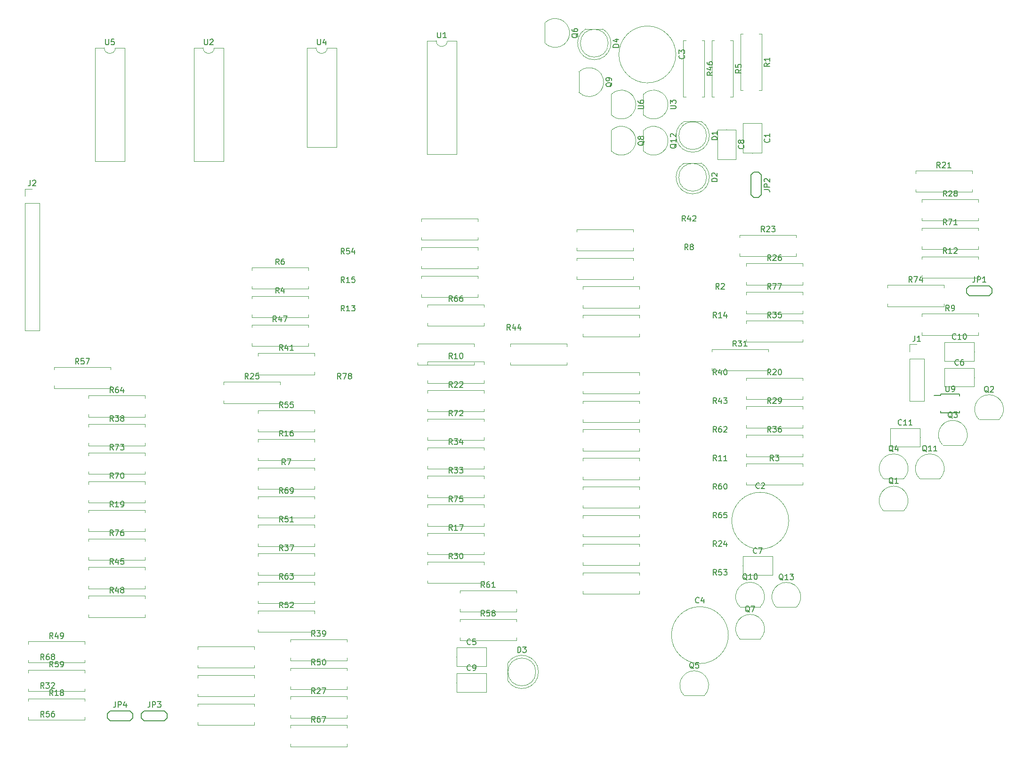
<source format=gbr>
%TF.GenerationSoftware,KiCad,Pcbnew,(6.0.0)*%
%TF.CreationDate,2022-01-19T00:58:27+00:00*%
%TF.ProjectId,dual_lm13700_dcvca,6475616c-5f6c-46d3-9133-3730305f6463,rev?*%
%TF.SameCoordinates,Original*%
%TF.FileFunction,Legend,Top*%
%TF.FilePolarity,Positive*%
%FSLAX46Y46*%
G04 Gerber Fmt 4.6, Leading zero omitted, Abs format (unit mm)*
G04 Created by KiCad (PCBNEW (6.0.0)) date 2022-01-19 00:58:27*
%MOMM*%
%LPD*%
G01*
G04 APERTURE LIST*
%ADD10C,0.150000*%
%ADD11C,0.120000*%
G04 APERTURE END LIST*
D10*
%TO.C,U9*%
X184658095Y-79892380D02*
X184658095Y-80701904D01*
X184705714Y-80797142D01*
X184753333Y-80844761D01*
X184848571Y-80892380D01*
X185039047Y-80892380D01*
X185134285Y-80844761D01*
X185181904Y-80797142D01*
X185229523Y-80701904D01*
X185229523Y-79892380D01*
X185753333Y-80892380D02*
X185943809Y-80892380D01*
X186039047Y-80844761D01*
X186086666Y-80797142D01*
X186181904Y-80654285D01*
X186229523Y-80463809D01*
X186229523Y-80082857D01*
X186181904Y-79987619D01*
X186134285Y-79940000D01*
X186039047Y-79892380D01*
X185848571Y-79892380D01*
X185753333Y-79940000D01*
X185705714Y-79987619D01*
X185658095Y-80082857D01*
X185658095Y-80320952D01*
X185705714Y-80416190D01*
X185753333Y-80463809D01*
X185848571Y-80511428D01*
X186039047Y-80511428D01*
X186134285Y-80463809D01*
X186181904Y-80416190D01*
X186229523Y-80320952D01*
%TO.C,U6*%
X129302380Y-29971904D02*
X130111904Y-29971904D01*
X130207142Y-29924285D01*
X130254761Y-29876666D01*
X130302380Y-29781428D01*
X130302380Y-29590952D01*
X130254761Y-29495714D01*
X130207142Y-29448095D01*
X130111904Y-29400476D01*
X129302380Y-29400476D01*
X129302380Y-28495714D02*
X129302380Y-28686190D01*
X129350000Y-28781428D01*
X129397619Y-28829047D01*
X129540476Y-28924285D01*
X129730952Y-28971904D01*
X130111904Y-28971904D01*
X130207142Y-28924285D01*
X130254761Y-28876666D01*
X130302380Y-28781428D01*
X130302380Y-28590952D01*
X130254761Y-28495714D01*
X130207142Y-28448095D01*
X130111904Y-28400476D01*
X129873809Y-28400476D01*
X129778571Y-28448095D01*
X129730952Y-28495714D01*
X129683333Y-28590952D01*
X129683333Y-28781428D01*
X129730952Y-28876666D01*
X129778571Y-28924285D01*
X129873809Y-28971904D01*
%TO.C,U5*%
X33528095Y-17442380D02*
X33528095Y-18251904D01*
X33575714Y-18347142D01*
X33623333Y-18394761D01*
X33718571Y-18442380D01*
X33909047Y-18442380D01*
X34004285Y-18394761D01*
X34051904Y-18347142D01*
X34099523Y-18251904D01*
X34099523Y-17442380D01*
X35051904Y-17442380D02*
X34575714Y-17442380D01*
X34528095Y-17918571D01*
X34575714Y-17870952D01*
X34670952Y-17823333D01*
X34909047Y-17823333D01*
X35004285Y-17870952D01*
X35051904Y-17918571D01*
X35099523Y-18013809D01*
X35099523Y-18251904D01*
X35051904Y-18347142D01*
X35004285Y-18394761D01*
X34909047Y-18442380D01*
X34670952Y-18442380D01*
X34575714Y-18394761D01*
X34528095Y-18347142D01*
%TO.C,U4*%
X71628095Y-17442380D02*
X71628095Y-18251904D01*
X71675714Y-18347142D01*
X71723333Y-18394761D01*
X71818571Y-18442380D01*
X72009047Y-18442380D01*
X72104285Y-18394761D01*
X72151904Y-18347142D01*
X72199523Y-18251904D01*
X72199523Y-17442380D01*
X73104285Y-17775714D02*
X73104285Y-18442380D01*
X72866190Y-17394761D02*
X72628095Y-18109047D01*
X73247142Y-18109047D01*
%TO.C,U3*%
X135092380Y-29971904D02*
X135901904Y-29971904D01*
X135997142Y-29924285D01*
X136044761Y-29876666D01*
X136092380Y-29781428D01*
X136092380Y-29590952D01*
X136044761Y-29495714D01*
X135997142Y-29448095D01*
X135901904Y-29400476D01*
X135092380Y-29400476D01*
X135092380Y-29019523D02*
X135092380Y-28400476D01*
X135473333Y-28733809D01*
X135473333Y-28590952D01*
X135520952Y-28495714D01*
X135568571Y-28448095D01*
X135663809Y-28400476D01*
X135901904Y-28400476D01*
X135997142Y-28448095D01*
X136044761Y-28495714D01*
X136092380Y-28590952D01*
X136092380Y-28876666D01*
X136044761Y-28971904D01*
X135997142Y-29019523D01*
%TO.C,U2*%
X51308095Y-17442380D02*
X51308095Y-18251904D01*
X51355714Y-18347142D01*
X51403333Y-18394761D01*
X51498571Y-18442380D01*
X51689047Y-18442380D01*
X51784285Y-18394761D01*
X51831904Y-18347142D01*
X51879523Y-18251904D01*
X51879523Y-17442380D01*
X52308095Y-17537619D02*
X52355714Y-17490000D01*
X52450952Y-17442380D01*
X52689047Y-17442380D01*
X52784285Y-17490000D01*
X52831904Y-17537619D01*
X52879523Y-17632857D01*
X52879523Y-17728095D01*
X52831904Y-17870952D01*
X52260476Y-18442380D01*
X52879523Y-18442380D01*
%TO.C,U1*%
X93228095Y-16187380D02*
X93228095Y-16996904D01*
X93275714Y-17092142D01*
X93323333Y-17139761D01*
X93418571Y-17187380D01*
X93609047Y-17187380D01*
X93704285Y-17139761D01*
X93751904Y-17092142D01*
X93799523Y-16996904D01*
X93799523Y-16187380D01*
X94799523Y-17187380D02*
X94228095Y-17187380D01*
X94513809Y-17187380D02*
X94513809Y-16187380D01*
X94418571Y-16330238D01*
X94323333Y-16425476D01*
X94228095Y-16473095D01*
%TO.C,R78*%
X75847142Y-78602380D02*
X75513809Y-78126190D01*
X75275714Y-78602380D02*
X75275714Y-77602380D01*
X75656666Y-77602380D01*
X75751904Y-77650000D01*
X75799523Y-77697619D01*
X75847142Y-77792857D01*
X75847142Y-77935714D01*
X75799523Y-78030952D01*
X75751904Y-78078571D01*
X75656666Y-78126190D01*
X75275714Y-78126190D01*
X76180476Y-77602380D02*
X76847142Y-77602380D01*
X76418571Y-78602380D01*
X77370952Y-78030952D02*
X77275714Y-77983333D01*
X77228095Y-77935714D01*
X77180476Y-77840476D01*
X77180476Y-77792857D01*
X77228095Y-77697619D01*
X77275714Y-77650000D01*
X77370952Y-77602380D01*
X77561428Y-77602380D01*
X77656666Y-77650000D01*
X77704285Y-77697619D01*
X77751904Y-77792857D01*
X77751904Y-77840476D01*
X77704285Y-77935714D01*
X77656666Y-77983333D01*
X77561428Y-78030952D01*
X77370952Y-78030952D01*
X77275714Y-78078571D01*
X77228095Y-78126190D01*
X77180476Y-78221428D01*
X77180476Y-78411904D01*
X77228095Y-78507142D01*
X77275714Y-78554761D01*
X77370952Y-78602380D01*
X77561428Y-78602380D01*
X77656666Y-78554761D01*
X77704285Y-78507142D01*
X77751904Y-78411904D01*
X77751904Y-78221428D01*
X77704285Y-78126190D01*
X77656666Y-78078571D01*
X77561428Y-78030952D01*
%TO.C,R77*%
X153167142Y-62422380D02*
X152833809Y-61946190D01*
X152595714Y-62422380D02*
X152595714Y-61422380D01*
X152976666Y-61422380D01*
X153071904Y-61470000D01*
X153119523Y-61517619D01*
X153167142Y-61612857D01*
X153167142Y-61755714D01*
X153119523Y-61850952D01*
X153071904Y-61898571D01*
X152976666Y-61946190D01*
X152595714Y-61946190D01*
X153500476Y-61422380D02*
X154167142Y-61422380D01*
X153738571Y-62422380D01*
X154452857Y-61422380D02*
X155119523Y-61422380D01*
X154690952Y-62422380D01*
%TO.C,R76*%
X34917142Y-106822380D02*
X34583809Y-106346190D01*
X34345714Y-106822380D02*
X34345714Y-105822380D01*
X34726666Y-105822380D01*
X34821904Y-105870000D01*
X34869523Y-105917619D01*
X34917142Y-106012857D01*
X34917142Y-106155714D01*
X34869523Y-106250952D01*
X34821904Y-106298571D01*
X34726666Y-106346190D01*
X34345714Y-106346190D01*
X35250476Y-105822380D02*
X35917142Y-105822380D01*
X35488571Y-106822380D01*
X36726666Y-105822380D02*
X36536190Y-105822380D01*
X36440952Y-105870000D01*
X36393333Y-105917619D01*
X36298095Y-106060476D01*
X36250476Y-106250952D01*
X36250476Y-106631904D01*
X36298095Y-106727142D01*
X36345714Y-106774761D01*
X36440952Y-106822380D01*
X36631428Y-106822380D01*
X36726666Y-106774761D01*
X36774285Y-106727142D01*
X36821904Y-106631904D01*
X36821904Y-106393809D01*
X36774285Y-106298571D01*
X36726666Y-106250952D01*
X36631428Y-106203333D01*
X36440952Y-106203333D01*
X36345714Y-106250952D01*
X36298095Y-106298571D01*
X36250476Y-106393809D01*
%TO.C,R75*%
X95877142Y-100702380D02*
X95543809Y-100226190D01*
X95305714Y-100702380D02*
X95305714Y-99702380D01*
X95686666Y-99702380D01*
X95781904Y-99750000D01*
X95829523Y-99797619D01*
X95877142Y-99892857D01*
X95877142Y-100035714D01*
X95829523Y-100130952D01*
X95781904Y-100178571D01*
X95686666Y-100226190D01*
X95305714Y-100226190D01*
X96210476Y-99702380D02*
X96877142Y-99702380D01*
X96448571Y-100702380D01*
X97734285Y-99702380D02*
X97258095Y-99702380D01*
X97210476Y-100178571D01*
X97258095Y-100130952D01*
X97353333Y-100083333D01*
X97591428Y-100083333D01*
X97686666Y-100130952D01*
X97734285Y-100178571D01*
X97781904Y-100273809D01*
X97781904Y-100511904D01*
X97734285Y-100607142D01*
X97686666Y-100654761D01*
X97591428Y-100702380D01*
X97353333Y-100702380D01*
X97258095Y-100654761D01*
X97210476Y-100607142D01*
%TO.C,R74*%
X178577142Y-61172380D02*
X178243809Y-60696190D01*
X178005714Y-61172380D02*
X178005714Y-60172380D01*
X178386666Y-60172380D01*
X178481904Y-60220000D01*
X178529523Y-60267619D01*
X178577142Y-60362857D01*
X178577142Y-60505714D01*
X178529523Y-60600952D01*
X178481904Y-60648571D01*
X178386666Y-60696190D01*
X178005714Y-60696190D01*
X178910476Y-60172380D02*
X179577142Y-60172380D01*
X179148571Y-61172380D01*
X180386666Y-60505714D02*
X180386666Y-61172380D01*
X180148571Y-60124761D02*
X179910476Y-60839047D01*
X180529523Y-60839047D01*
%TO.C,R73*%
X34917142Y-91372380D02*
X34583809Y-90896190D01*
X34345714Y-91372380D02*
X34345714Y-90372380D01*
X34726666Y-90372380D01*
X34821904Y-90420000D01*
X34869523Y-90467619D01*
X34917142Y-90562857D01*
X34917142Y-90705714D01*
X34869523Y-90800952D01*
X34821904Y-90848571D01*
X34726666Y-90896190D01*
X34345714Y-90896190D01*
X35250476Y-90372380D02*
X35917142Y-90372380D01*
X35488571Y-91372380D01*
X36202857Y-90372380D02*
X36821904Y-90372380D01*
X36488571Y-90753333D01*
X36631428Y-90753333D01*
X36726666Y-90800952D01*
X36774285Y-90848571D01*
X36821904Y-90943809D01*
X36821904Y-91181904D01*
X36774285Y-91277142D01*
X36726666Y-91324761D01*
X36631428Y-91372380D01*
X36345714Y-91372380D01*
X36250476Y-91324761D01*
X36202857Y-91277142D01*
%TO.C,R72*%
X95877142Y-85252380D02*
X95543809Y-84776190D01*
X95305714Y-85252380D02*
X95305714Y-84252380D01*
X95686666Y-84252380D01*
X95781904Y-84300000D01*
X95829523Y-84347619D01*
X95877142Y-84442857D01*
X95877142Y-84585714D01*
X95829523Y-84680952D01*
X95781904Y-84728571D01*
X95686666Y-84776190D01*
X95305714Y-84776190D01*
X96210476Y-84252380D02*
X96877142Y-84252380D01*
X96448571Y-85252380D01*
X97210476Y-84347619D02*
X97258095Y-84300000D01*
X97353333Y-84252380D01*
X97591428Y-84252380D01*
X97686666Y-84300000D01*
X97734285Y-84347619D01*
X97781904Y-84442857D01*
X97781904Y-84538095D01*
X97734285Y-84680952D01*
X97162857Y-85252380D01*
X97781904Y-85252380D01*
%TO.C,R71*%
X184777142Y-50872380D02*
X184443809Y-50396190D01*
X184205714Y-50872380D02*
X184205714Y-49872380D01*
X184586666Y-49872380D01*
X184681904Y-49920000D01*
X184729523Y-49967619D01*
X184777142Y-50062857D01*
X184777142Y-50205714D01*
X184729523Y-50300952D01*
X184681904Y-50348571D01*
X184586666Y-50396190D01*
X184205714Y-50396190D01*
X185110476Y-49872380D02*
X185777142Y-49872380D01*
X185348571Y-50872380D01*
X186681904Y-50872380D02*
X186110476Y-50872380D01*
X186396190Y-50872380D02*
X186396190Y-49872380D01*
X186300952Y-50015238D01*
X186205714Y-50110476D01*
X186110476Y-50158095D01*
%TO.C,R70*%
X34917142Y-96522380D02*
X34583809Y-96046190D01*
X34345714Y-96522380D02*
X34345714Y-95522380D01*
X34726666Y-95522380D01*
X34821904Y-95570000D01*
X34869523Y-95617619D01*
X34917142Y-95712857D01*
X34917142Y-95855714D01*
X34869523Y-95950952D01*
X34821904Y-95998571D01*
X34726666Y-96046190D01*
X34345714Y-96046190D01*
X35250476Y-95522380D02*
X35917142Y-95522380D01*
X35488571Y-96522380D01*
X36488571Y-95522380D02*
X36583809Y-95522380D01*
X36679047Y-95570000D01*
X36726666Y-95617619D01*
X36774285Y-95712857D01*
X36821904Y-95903333D01*
X36821904Y-96141428D01*
X36774285Y-96331904D01*
X36726666Y-96427142D01*
X36679047Y-96474761D01*
X36583809Y-96522380D01*
X36488571Y-96522380D01*
X36393333Y-96474761D01*
X36345714Y-96427142D01*
X36298095Y-96331904D01*
X36250476Y-96141428D01*
X36250476Y-95903333D01*
X36298095Y-95712857D01*
X36345714Y-95617619D01*
X36393333Y-95570000D01*
X36488571Y-95522380D01*
%TO.C,R69*%
X65397142Y-99202380D02*
X65063809Y-98726190D01*
X64825714Y-99202380D02*
X64825714Y-98202380D01*
X65206666Y-98202380D01*
X65301904Y-98250000D01*
X65349523Y-98297619D01*
X65397142Y-98392857D01*
X65397142Y-98535714D01*
X65349523Y-98630952D01*
X65301904Y-98678571D01*
X65206666Y-98726190D01*
X64825714Y-98726190D01*
X66254285Y-98202380D02*
X66063809Y-98202380D01*
X65968571Y-98250000D01*
X65920952Y-98297619D01*
X65825714Y-98440476D01*
X65778095Y-98630952D01*
X65778095Y-99011904D01*
X65825714Y-99107142D01*
X65873333Y-99154761D01*
X65968571Y-99202380D01*
X66159047Y-99202380D01*
X66254285Y-99154761D01*
X66301904Y-99107142D01*
X66349523Y-99011904D01*
X66349523Y-98773809D01*
X66301904Y-98678571D01*
X66254285Y-98630952D01*
X66159047Y-98583333D01*
X65968571Y-98583333D01*
X65873333Y-98630952D01*
X65825714Y-98678571D01*
X65778095Y-98773809D01*
X66825714Y-99202380D02*
X67016190Y-99202380D01*
X67111428Y-99154761D01*
X67159047Y-99107142D01*
X67254285Y-98964285D01*
X67301904Y-98773809D01*
X67301904Y-98392857D01*
X67254285Y-98297619D01*
X67206666Y-98250000D01*
X67111428Y-98202380D01*
X66920952Y-98202380D01*
X66825714Y-98250000D01*
X66778095Y-98297619D01*
X66730476Y-98392857D01*
X66730476Y-98630952D01*
X66778095Y-98726190D01*
X66825714Y-98773809D01*
X66920952Y-98821428D01*
X67111428Y-98821428D01*
X67206666Y-98773809D01*
X67254285Y-98726190D01*
X67301904Y-98630952D01*
%TO.C,R68*%
X22457142Y-129152380D02*
X22123809Y-128676190D01*
X21885714Y-129152380D02*
X21885714Y-128152380D01*
X22266666Y-128152380D01*
X22361904Y-128200000D01*
X22409523Y-128247619D01*
X22457142Y-128342857D01*
X22457142Y-128485714D01*
X22409523Y-128580952D01*
X22361904Y-128628571D01*
X22266666Y-128676190D01*
X21885714Y-128676190D01*
X23314285Y-128152380D02*
X23123809Y-128152380D01*
X23028571Y-128200000D01*
X22980952Y-128247619D01*
X22885714Y-128390476D01*
X22838095Y-128580952D01*
X22838095Y-128961904D01*
X22885714Y-129057142D01*
X22933333Y-129104761D01*
X23028571Y-129152380D01*
X23219047Y-129152380D01*
X23314285Y-129104761D01*
X23361904Y-129057142D01*
X23409523Y-128961904D01*
X23409523Y-128723809D01*
X23361904Y-128628571D01*
X23314285Y-128580952D01*
X23219047Y-128533333D01*
X23028571Y-128533333D01*
X22933333Y-128580952D01*
X22885714Y-128628571D01*
X22838095Y-128723809D01*
X23980952Y-128580952D02*
X23885714Y-128533333D01*
X23838095Y-128485714D01*
X23790476Y-128390476D01*
X23790476Y-128342857D01*
X23838095Y-128247619D01*
X23885714Y-128200000D01*
X23980952Y-128152380D01*
X24171428Y-128152380D01*
X24266666Y-128200000D01*
X24314285Y-128247619D01*
X24361904Y-128342857D01*
X24361904Y-128390476D01*
X24314285Y-128485714D01*
X24266666Y-128533333D01*
X24171428Y-128580952D01*
X23980952Y-128580952D01*
X23885714Y-128628571D01*
X23838095Y-128676190D01*
X23790476Y-128771428D01*
X23790476Y-128961904D01*
X23838095Y-129057142D01*
X23885714Y-129104761D01*
X23980952Y-129152380D01*
X24171428Y-129152380D01*
X24266666Y-129104761D01*
X24314285Y-129057142D01*
X24361904Y-128961904D01*
X24361904Y-128771428D01*
X24314285Y-128676190D01*
X24266666Y-128628571D01*
X24171428Y-128580952D01*
%TO.C,R67*%
X71197142Y-140402380D02*
X70863809Y-139926190D01*
X70625714Y-140402380D02*
X70625714Y-139402380D01*
X71006666Y-139402380D01*
X71101904Y-139450000D01*
X71149523Y-139497619D01*
X71197142Y-139592857D01*
X71197142Y-139735714D01*
X71149523Y-139830952D01*
X71101904Y-139878571D01*
X71006666Y-139926190D01*
X70625714Y-139926190D01*
X72054285Y-139402380D02*
X71863809Y-139402380D01*
X71768571Y-139450000D01*
X71720952Y-139497619D01*
X71625714Y-139640476D01*
X71578095Y-139830952D01*
X71578095Y-140211904D01*
X71625714Y-140307142D01*
X71673333Y-140354761D01*
X71768571Y-140402380D01*
X71959047Y-140402380D01*
X72054285Y-140354761D01*
X72101904Y-140307142D01*
X72149523Y-140211904D01*
X72149523Y-139973809D01*
X72101904Y-139878571D01*
X72054285Y-139830952D01*
X71959047Y-139783333D01*
X71768571Y-139783333D01*
X71673333Y-139830952D01*
X71625714Y-139878571D01*
X71578095Y-139973809D01*
X72482857Y-139402380D02*
X73149523Y-139402380D01*
X72720952Y-140402380D01*
%TO.C,R66*%
X95877142Y-64652380D02*
X95543809Y-64176190D01*
X95305714Y-64652380D02*
X95305714Y-63652380D01*
X95686666Y-63652380D01*
X95781904Y-63700000D01*
X95829523Y-63747619D01*
X95877142Y-63842857D01*
X95877142Y-63985714D01*
X95829523Y-64080952D01*
X95781904Y-64128571D01*
X95686666Y-64176190D01*
X95305714Y-64176190D01*
X96734285Y-63652380D02*
X96543809Y-63652380D01*
X96448571Y-63700000D01*
X96400952Y-63747619D01*
X96305714Y-63890476D01*
X96258095Y-64080952D01*
X96258095Y-64461904D01*
X96305714Y-64557142D01*
X96353333Y-64604761D01*
X96448571Y-64652380D01*
X96639047Y-64652380D01*
X96734285Y-64604761D01*
X96781904Y-64557142D01*
X96829523Y-64461904D01*
X96829523Y-64223809D01*
X96781904Y-64128571D01*
X96734285Y-64080952D01*
X96639047Y-64033333D01*
X96448571Y-64033333D01*
X96353333Y-64080952D01*
X96305714Y-64128571D01*
X96258095Y-64223809D01*
X97686666Y-63652380D02*
X97496190Y-63652380D01*
X97400952Y-63700000D01*
X97353333Y-63747619D01*
X97258095Y-63890476D01*
X97210476Y-64080952D01*
X97210476Y-64461904D01*
X97258095Y-64557142D01*
X97305714Y-64604761D01*
X97400952Y-64652380D01*
X97591428Y-64652380D01*
X97686666Y-64604761D01*
X97734285Y-64557142D01*
X97781904Y-64461904D01*
X97781904Y-64223809D01*
X97734285Y-64128571D01*
X97686666Y-64080952D01*
X97591428Y-64033333D01*
X97400952Y-64033333D01*
X97305714Y-64080952D01*
X97258095Y-64128571D01*
X97210476Y-64223809D01*
%TO.C,R65*%
X143377142Y-103622380D02*
X143043809Y-103146190D01*
X142805714Y-103622380D02*
X142805714Y-102622380D01*
X143186666Y-102622380D01*
X143281904Y-102670000D01*
X143329523Y-102717619D01*
X143377142Y-102812857D01*
X143377142Y-102955714D01*
X143329523Y-103050952D01*
X143281904Y-103098571D01*
X143186666Y-103146190D01*
X142805714Y-103146190D01*
X144234285Y-102622380D02*
X144043809Y-102622380D01*
X143948571Y-102670000D01*
X143900952Y-102717619D01*
X143805714Y-102860476D01*
X143758095Y-103050952D01*
X143758095Y-103431904D01*
X143805714Y-103527142D01*
X143853333Y-103574761D01*
X143948571Y-103622380D01*
X144139047Y-103622380D01*
X144234285Y-103574761D01*
X144281904Y-103527142D01*
X144329523Y-103431904D01*
X144329523Y-103193809D01*
X144281904Y-103098571D01*
X144234285Y-103050952D01*
X144139047Y-103003333D01*
X143948571Y-103003333D01*
X143853333Y-103050952D01*
X143805714Y-103098571D01*
X143758095Y-103193809D01*
X145234285Y-102622380D02*
X144758095Y-102622380D01*
X144710476Y-103098571D01*
X144758095Y-103050952D01*
X144853333Y-103003333D01*
X145091428Y-103003333D01*
X145186666Y-103050952D01*
X145234285Y-103098571D01*
X145281904Y-103193809D01*
X145281904Y-103431904D01*
X145234285Y-103527142D01*
X145186666Y-103574761D01*
X145091428Y-103622380D01*
X144853333Y-103622380D01*
X144758095Y-103574761D01*
X144710476Y-103527142D01*
%TO.C,R64*%
X34917142Y-81072380D02*
X34583809Y-80596190D01*
X34345714Y-81072380D02*
X34345714Y-80072380D01*
X34726666Y-80072380D01*
X34821904Y-80120000D01*
X34869523Y-80167619D01*
X34917142Y-80262857D01*
X34917142Y-80405714D01*
X34869523Y-80500952D01*
X34821904Y-80548571D01*
X34726666Y-80596190D01*
X34345714Y-80596190D01*
X35774285Y-80072380D02*
X35583809Y-80072380D01*
X35488571Y-80120000D01*
X35440952Y-80167619D01*
X35345714Y-80310476D01*
X35298095Y-80500952D01*
X35298095Y-80881904D01*
X35345714Y-80977142D01*
X35393333Y-81024761D01*
X35488571Y-81072380D01*
X35679047Y-81072380D01*
X35774285Y-81024761D01*
X35821904Y-80977142D01*
X35869523Y-80881904D01*
X35869523Y-80643809D01*
X35821904Y-80548571D01*
X35774285Y-80500952D01*
X35679047Y-80453333D01*
X35488571Y-80453333D01*
X35393333Y-80500952D01*
X35345714Y-80548571D01*
X35298095Y-80643809D01*
X36726666Y-80405714D02*
X36726666Y-81072380D01*
X36488571Y-80024761D02*
X36250476Y-80739047D01*
X36869523Y-80739047D01*
%TO.C,R63*%
X65397142Y-114652380D02*
X65063809Y-114176190D01*
X64825714Y-114652380D02*
X64825714Y-113652380D01*
X65206666Y-113652380D01*
X65301904Y-113700000D01*
X65349523Y-113747619D01*
X65397142Y-113842857D01*
X65397142Y-113985714D01*
X65349523Y-114080952D01*
X65301904Y-114128571D01*
X65206666Y-114176190D01*
X64825714Y-114176190D01*
X66254285Y-113652380D02*
X66063809Y-113652380D01*
X65968571Y-113700000D01*
X65920952Y-113747619D01*
X65825714Y-113890476D01*
X65778095Y-114080952D01*
X65778095Y-114461904D01*
X65825714Y-114557142D01*
X65873333Y-114604761D01*
X65968571Y-114652380D01*
X66159047Y-114652380D01*
X66254285Y-114604761D01*
X66301904Y-114557142D01*
X66349523Y-114461904D01*
X66349523Y-114223809D01*
X66301904Y-114128571D01*
X66254285Y-114080952D01*
X66159047Y-114033333D01*
X65968571Y-114033333D01*
X65873333Y-114080952D01*
X65825714Y-114128571D01*
X65778095Y-114223809D01*
X66682857Y-113652380D02*
X67301904Y-113652380D01*
X66968571Y-114033333D01*
X67111428Y-114033333D01*
X67206666Y-114080952D01*
X67254285Y-114128571D01*
X67301904Y-114223809D01*
X67301904Y-114461904D01*
X67254285Y-114557142D01*
X67206666Y-114604761D01*
X67111428Y-114652380D01*
X66825714Y-114652380D01*
X66730476Y-114604761D01*
X66682857Y-114557142D01*
%TO.C,R62*%
X143377142Y-88172380D02*
X143043809Y-87696190D01*
X142805714Y-88172380D02*
X142805714Y-87172380D01*
X143186666Y-87172380D01*
X143281904Y-87220000D01*
X143329523Y-87267619D01*
X143377142Y-87362857D01*
X143377142Y-87505714D01*
X143329523Y-87600952D01*
X143281904Y-87648571D01*
X143186666Y-87696190D01*
X142805714Y-87696190D01*
X144234285Y-87172380D02*
X144043809Y-87172380D01*
X143948571Y-87220000D01*
X143900952Y-87267619D01*
X143805714Y-87410476D01*
X143758095Y-87600952D01*
X143758095Y-87981904D01*
X143805714Y-88077142D01*
X143853333Y-88124761D01*
X143948571Y-88172380D01*
X144139047Y-88172380D01*
X144234285Y-88124761D01*
X144281904Y-88077142D01*
X144329523Y-87981904D01*
X144329523Y-87743809D01*
X144281904Y-87648571D01*
X144234285Y-87600952D01*
X144139047Y-87553333D01*
X143948571Y-87553333D01*
X143853333Y-87600952D01*
X143805714Y-87648571D01*
X143758095Y-87743809D01*
X144710476Y-87267619D02*
X144758095Y-87220000D01*
X144853333Y-87172380D01*
X145091428Y-87172380D01*
X145186666Y-87220000D01*
X145234285Y-87267619D01*
X145281904Y-87362857D01*
X145281904Y-87458095D01*
X145234285Y-87600952D01*
X144662857Y-88172380D01*
X145281904Y-88172380D01*
%TO.C,R61*%
X101677142Y-116152380D02*
X101343809Y-115676190D01*
X101105714Y-116152380D02*
X101105714Y-115152380D01*
X101486666Y-115152380D01*
X101581904Y-115200000D01*
X101629523Y-115247619D01*
X101677142Y-115342857D01*
X101677142Y-115485714D01*
X101629523Y-115580952D01*
X101581904Y-115628571D01*
X101486666Y-115676190D01*
X101105714Y-115676190D01*
X102534285Y-115152380D02*
X102343809Y-115152380D01*
X102248571Y-115200000D01*
X102200952Y-115247619D01*
X102105714Y-115390476D01*
X102058095Y-115580952D01*
X102058095Y-115961904D01*
X102105714Y-116057142D01*
X102153333Y-116104761D01*
X102248571Y-116152380D01*
X102439047Y-116152380D01*
X102534285Y-116104761D01*
X102581904Y-116057142D01*
X102629523Y-115961904D01*
X102629523Y-115723809D01*
X102581904Y-115628571D01*
X102534285Y-115580952D01*
X102439047Y-115533333D01*
X102248571Y-115533333D01*
X102153333Y-115580952D01*
X102105714Y-115628571D01*
X102058095Y-115723809D01*
X103581904Y-116152380D02*
X103010476Y-116152380D01*
X103296190Y-116152380D02*
X103296190Y-115152380D01*
X103200952Y-115295238D01*
X103105714Y-115390476D01*
X103010476Y-115438095D01*
%TO.C,R60*%
X143377142Y-98472380D02*
X143043809Y-97996190D01*
X142805714Y-98472380D02*
X142805714Y-97472380D01*
X143186666Y-97472380D01*
X143281904Y-97520000D01*
X143329523Y-97567619D01*
X143377142Y-97662857D01*
X143377142Y-97805714D01*
X143329523Y-97900952D01*
X143281904Y-97948571D01*
X143186666Y-97996190D01*
X142805714Y-97996190D01*
X144234285Y-97472380D02*
X144043809Y-97472380D01*
X143948571Y-97520000D01*
X143900952Y-97567619D01*
X143805714Y-97710476D01*
X143758095Y-97900952D01*
X143758095Y-98281904D01*
X143805714Y-98377142D01*
X143853333Y-98424761D01*
X143948571Y-98472380D01*
X144139047Y-98472380D01*
X144234285Y-98424761D01*
X144281904Y-98377142D01*
X144329523Y-98281904D01*
X144329523Y-98043809D01*
X144281904Y-97948571D01*
X144234285Y-97900952D01*
X144139047Y-97853333D01*
X143948571Y-97853333D01*
X143853333Y-97900952D01*
X143805714Y-97948571D01*
X143758095Y-98043809D01*
X144948571Y-97472380D02*
X145043809Y-97472380D01*
X145139047Y-97520000D01*
X145186666Y-97567619D01*
X145234285Y-97662857D01*
X145281904Y-97853333D01*
X145281904Y-98091428D01*
X145234285Y-98281904D01*
X145186666Y-98377142D01*
X145139047Y-98424761D01*
X145043809Y-98472380D01*
X144948571Y-98472380D01*
X144853333Y-98424761D01*
X144805714Y-98377142D01*
X144758095Y-98281904D01*
X144710476Y-98091428D01*
X144710476Y-97853333D01*
X144758095Y-97662857D01*
X144805714Y-97567619D01*
X144853333Y-97520000D01*
X144948571Y-97472380D01*
%TO.C,R59*%
X24067142Y-130472380D02*
X23733809Y-129996190D01*
X23495714Y-130472380D02*
X23495714Y-129472380D01*
X23876666Y-129472380D01*
X23971904Y-129520000D01*
X24019523Y-129567619D01*
X24067142Y-129662857D01*
X24067142Y-129805714D01*
X24019523Y-129900952D01*
X23971904Y-129948571D01*
X23876666Y-129996190D01*
X23495714Y-129996190D01*
X24971904Y-129472380D02*
X24495714Y-129472380D01*
X24448095Y-129948571D01*
X24495714Y-129900952D01*
X24590952Y-129853333D01*
X24829047Y-129853333D01*
X24924285Y-129900952D01*
X24971904Y-129948571D01*
X25019523Y-130043809D01*
X25019523Y-130281904D01*
X24971904Y-130377142D01*
X24924285Y-130424761D01*
X24829047Y-130472380D01*
X24590952Y-130472380D01*
X24495714Y-130424761D01*
X24448095Y-130377142D01*
X25495714Y-130472380D02*
X25686190Y-130472380D01*
X25781428Y-130424761D01*
X25829047Y-130377142D01*
X25924285Y-130234285D01*
X25971904Y-130043809D01*
X25971904Y-129662857D01*
X25924285Y-129567619D01*
X25876666Y-129520000D01*
X25781428Y-129472380D01*
X25590952Y-129472380D01*
X25495714Y-129520000D01*
X25448095Y-129567619D01*
X25400476Y-129662857D01*
X25400476Y-129900952D01*
X25448095Y-129996190D01*
X25495714Y-130043809D01*
X25590952Y-130091428D01*
X25781428Y-130091428D01*
X25876666Y-130043809D01*
X25924285Y-129996190D01*
X25971904Y-129900952D01*
%TO.C,R58*%
X101677142Y-121302380D02*
X101343809Y-120826190D01*
X101105714Y-121302380D02*
X101105714Y-120302380D01*
X101486666Y-120302380D01*
X101581904Y-120350000D01*
X101629523Y-120397619D01*
X101677142Y-120492857D01*
X101677142Y-120635714D01*
X101629523Y-120730952D01*
X101581904Y-120778571D01*
X101486666Y-120826190D01*
X101105714Y-120826190D01*
X102581904Y-120302380D02*
X102105714Y-120302380D01*
X102058095Y-120778571D01*
X102105714Y-120730952D01*
X102200952Y-120683333D01*
X102439047Y-120683333D01*
X102534285Y-120730952D01*
X102581904Y-120778571D01*
X102629523Y-120873809D01*
X102629523Y-121111904D01*
X102581904Y-121207142D01*
X102534285Y-121254761D01*
X102439047Y-121302380D01*
X102200952Y-121302380D01*
X102105714Y-121254761D01*
X102058095Y-121207142D01*
X103200952Y-120730952D02*
X103105714Y-120683333D01*
X103058095Y-120635714D01*
X103010476Y-120540476D01*
X103010476Y-120492857D01*
X103058095Y-120397619D01*
X103105714Y-120350000D01*
X103200952Y-120302380D01*
X103391428Y-120302380D01*
X103486666Y-120350000D01*
X103534285Y-120397619D01*
X103581904Y-120492857D01*
X103581904Y-120540476D01*
X103534285Y-120635714D01*
X103486666Y-120683333D01*
X103391428Y-120730952D01*
X103200952Y-120730952D01*
X103105714Y-120778571D01*
X103058095Y-120826190D01*
X103010476Y-120921428D01*
X103010476Y-121111904D01*
X103058095Y-121207142D01*
X103105714Y-121254761D01*
X103200952Y-121302380D01*
X103391428Y-121302380D01*
X103486666Y-121254761D01*
X103534285Y-121207142D01*
X103581904Y-121111904D01*
X103581904Y-120921428D01*
X103534285Y-120826190D01*
X103486666Y-120778571D01*
X103391428Y-120730952D01*
%TO.C,R57*%
X28717142Y-75922380D02*
X28383809Y-75446190D01*
X28145714Y-75922380D02*
X28145714Y-74922380D01*
X28526666Y-74922380D01*
X28621904Y-74970000D01*
X28669523Y-75017619D01*
X28717142Y-75112857D01*
X28717142Y-75255714D01*
X28669523Y-75350952D01*
X28621904Y-75398571D01*
X28526666Y-75446190D01*
X28145714Y-75446190D01*
X29621904Y-74922380D02*
X29145714Y-74922380D01*
X29098095Y-75398571D01*
X29145714Y-75350952D01*
X29240952Y-75303333D01*
X29479047Y-75303333D01*
X29574285Y-75350952D01*
X29621904Y-75398571D01*
X29669523Y-75493809D01*
X29669523Y-75731904D01*
X29621904Y-75827142D01*
X29574285Y-75874761D01*
X29479047Y-75922380D01*
X29240952Y-75922380D01*
X29145714Y-75874761D01*
X29098095Y-75827142D01*
X30002857Y-74922380D02*
X30669523Y-74922380D01*
X30240952Y-75922380D01*
%TO.C,R56*%
X22457142Y-139452380D02*
X22123809Y-138976190D01*
X21885714Y-139452380D02*
X21885714Y-138452380D01*
X22266666Y-138452380D01*
X22361904Y-138500000D01*
X22409523Y-138547619D01*
X22457142Y-138642857D01*
X22457142Y-138785714D01*
X22409523Y-138880952D01*
X22361904Y-138928571D01*
X22266666Y-138976190D01*
X21885714Y-138976190D01*
X23361904Y-138452380D02*
X22885714Y-138452380D01*
X22838095Y-138928571D01*
X22885714Y-138880952D01*
X22980952Y-138833333D01*
X23219047Y-138833333D01*
X23314285Y-138880952D01*
X23361904Y-138928571D01*
X23409523Y-139023809D01*
X23409523Y-139261904D01*
X23361904Y-139357142D01*
X23314285Y-139404761D01*
X23219047Y-139452380D01*
X22980952Y-139452380D01*
X22885714Y-139404761D01*
X22838095Y-139357142D01*
X24266666Y-138452380D02*
X24076190Y-138452380D01*
X23980952Y-138500000D01*
X23933333Y-138547619D01*
X23838095Y-138690476D01*
X23790476Y-138880952D01*
X23790476Y-139261904D01*
X23838095Y-139357142D01*
X23885714Y-139404761D01*
X23980952Y-139452380D01*
X24171428Y-139452380D01*
X24266666Y-139404761D01*
X24314285Y-139357142D01*
X24361904Y-139261904D01*
X24361904Y-139023809D01*
X24314285Y-138928571D01*
X24266666Y-138880952D01*
X24171428Y-138833333D01*
X23980952Y-138833333D01*
X23885714Y-138880952D01*
X23838095Y-138928571D01*
X23790476Y-139023809D01*
%TO.C,R55*%
X65397142Y-83752380D02*
X65063809Y-83276190D01*
X64825714Y-83752380D02*
X64825714Y-82752380D01*
X65206666Y-82752380D01*
X65301904Y-82800000D01*
X65349523Y-82847619D01*
X65397142Y-82942857D01*
X65397142Y-83085714D01*
X65349523Y-83180952D01*
X65301904Y-83228571D01*
X65206666Y-83276190D01*
X64825714Y-83276190D01*
X66301904Y-82752380D02*
X65825714Y-82752380D01*
X65778095Y-83228571D01*
X65825714Y-83180952D01*
X65920952Y-83133333D01*
X66159047Y-83133333D01*
X66254285Y-83180952D01*
X66301904Y-83228571D01*
X66349523Y-83323809D01*
X66349523Y-83561904D01*
X66301904Y-83657142D01*
X66254285Y-83704761D01*
X66159047Y-83752380D01*
X65920952Y-83752380D01*
X65825714Y-83704761D01*
X65778095Y-83657142D01*
X67254285Y-82752380D02*
X66778095Y-82752380D01*
X66730476Y-83228571D01*
X66778095Y-83180952D01*
X66873333Y-83133333D01*
X67111428Y-83133333D01*
X67206666Y-83180952D01*
X67254285Y-83228571D01*
X67301904Y-83323809D01*
X67301904Y-83561904D01*
X67254285Y-83657142D01*
X67206666Y-83704761D01*
X67111428Y-83752380D01*
X66873333Y-83752380D01*
X66778095Y-83704761D01*
X66730476Y-83657142D01*
%TO.C,R54*%
X76467142Y-56082380D02*
X76133809Y-55606190D01*
X75895714Y-56082380D02*
X75895714Y-55082380D01*
X76276666Y-55082380D01*
X76371904Y-55130000D01*
X76419523Y-55177619D01*
X76467142Y-55272857D01*
X76467142Y-55415714D01*
X76419523Y-55510952D01*
X76371904Y-55558571D01*
X76276666Y-55606190D01*
X75895714Y-55606190D01*
X77371904Y-55082380D02*
X76895714Y-55082380D01*
X76848095Y-55558571D01*
X76895714Y-55510952D01*
X76990952Y-55463333D01*
X77229047Y-55463333D01*
X77324285Y-55510952D01*
X77371904Y-55558571D01*
X77419523Y-55653809D01*
X77419523Y-55891904D01*
X77371904Y-55987142D01*
X77324285Y-56034761D01*
X77229047Y-56082380D01*
X76990952Y-56082380D01*
X76895714Y-56034761D01*
X76848095Y-55987142D01*
X78276666Y-55415714D02*
X78276666Y-56082380D01*
X78038571Y-55034761D02*
X77800476Y-55749047D01*
X78419523Y-55749047D01*
%TO.C,R53*%
X143377142Y-113922380D02*
X143043809Y-113446190D01*
X142805714Y-113922380D02*
X142805714Y-112922380D01*
X143186666Y-112922380D01*
X143281904Y-112970000D01*
X143329523Y-113017619D01*
X143377142Y-113112857D01*
X143377142Y-113255714D01*
X143329523Y-113350952D01*
X143281904Y-113398571D01*
X143186666Y-113446190D01*
X142805714Y-113446190D01*
X144281904Y-112922380D02*
X143805714Y-112922380D01*
X143758095Y-113398571D01*
X143805714Y-113350952D01*
X143900952Y-113303333D01*
X144139047Y-113303333D01*
X144234285Y-113350952D01*
X144281904Y-113398571D01*
X144329523Y-113493809D01*
X144329523Y-113731904D01*
X144281904Y-113827142D01*
X144234285Y-113874761D01*
X144139047Y-113922380D01*
X143900952Y-113922380D01*
X143805714Y-113874761D01*
X143758095Y-113827142D01*
X144662857Y-112922380D02*
X145281904Y-112922380D01*
X144948571Y-113303333D01*
X145091428Y-113303333D01*
X145186666Y-113350952D01*
X145234285Y-113398571D01*
X145281904Y-113493809D01*
X145281904Y-113731904D01*
X145234285Y-113827142D01*
X145186666Y-113874761D01*
X145091428Y-113922380D01*
X144805714Y-113922380D01*
X144710476Y-113874761D01*
X144662857Y-113827142D01*
%TO.C,R52*%
X65397142Y-119802380D02*
X65063809Y-119326190D01*
X64825714Y-119802380D02*
X64825714Y-118802380D01*
X65206666Y-118802380D01*
X65301904Y-118850000D01*
X65349523Y-118897619D01*
X65397142Y-118992857D01*
X65397142Y-119135714D01*
X65349523Y-119230952D01*
X65301904Y-119278571D01*
X65206666Y-119326190D01*
X64825714Y-119326190D01*
X66301904Y-118802380D02*
X65825714Y-118802380D01*
X65778095Y-119278571D01*
X65825714Y-119230952D01*
X65920952Y-119183333D01*
X66159047Y-119183333D01*
X66254285Y-119230952D01*
X66301904Y-119278571D01*
X66349523Y-119373809D01*
X66349523Y-119611904D01*
X66301904Y-119707142D01*
X66254285Y-119754761D01*
X66159047Y-119802380D01*
X65920952Y-119802380D01*
X65825714Y-119754761D01*
X65778095Y-119707142D01*
X66730476Y-118897619D02*
X66778095Y-118850000D01*
X66873333Y-118802380D01*
X67111428Y-118802380D01*
X67206666Y-118850000D01*
X67254285Y-118897619D01*
X67301904Y-118992857D01*
X67301904Y-119088095D01*
X67254285Y-119230952D01*
X66682857Y-119802380D01*
X67301904Y-119802380D01*
%TO.C,R51*%
X65397142Y-104352380D02*
X65063809Y-103876190D01*
X64825714Y-104352380D02*
X64825714Y-103352380D01*
X65206666Y-103352380D01*
X65301904Y-103400000D01*
X65349523Y-103447619D01*
X65397142Y-103542857D01*
X65397142Y-103685714D01*
X65349523Y-103780952D01*
X65301904Y-103828571D01*
X65206666Y-103876190D01*
X64825714Y-103876190D01*
X66301904Y-103352380D02*
X65825714Y-103352380D01*
X65778095Y-103828571D01*
X65825714Y-103780952D01*
X65920952Y-103733333D01*
X66159047Y-103733333D01*
X66254285Y-103780952D01*
X66301904Y-103828571D01*
X66349523Y-103923809D01*
X66349523Y-104161904D01*
X66301904Y-104257142D01*
X66254285Y-104304761D01*
X66159047Y-104352380D01*
X65920952Y-104352380D01*
X65825714Y-104304761D01*
X65778095Y-104257142D01*
X67301904Y-104352380D02*
X66730476Y-104352380D01*
X67016190Y-104352380D02*
X67016190Y-103352380D01*
X66920952Y-103495238D01*
X66825714Y-103590476D01*
X66730476Y-103638095D01*
%TO.C,R50*%
X71197142Y-130102380D02*
X70863809Y-129626190D01*
X70625714Y-130102380D02*
X70625714Y-129102380D01*
X71006666Y-129102380D01*
X71101904Y-129150000D01*
X71149523Y-129197619D01*
X71197142Y-129292857D01*
X71197142Y-129435714D01*
X71149523Y-129530952D01*
X71101904Y-129578571D01*
X71006666Y-129626190D01*
X70625714Y-129626190D01*
X72101904Y-129102380D02*
X71625714Y-129102380D01*
X71578095Y-129578571D01*
X71625714Y-129530952D01*
X71720952Y-129483333D01*
X71959047Y-129483333D01*
X72054285Y-129530952D01*
X72101904Y-129578571D01*
X72149523Y-129673809D01*
X72149523Y-129911904D01*
X72101904Y-130007142D01*
X72054285Y-130054761D01*
X71959047Y-130102380D01*
X71720952Y-130102380D01*
X71625714Y-130054761D01*
X71578095Y-130007142D01*
X72768571Y-129102380D02*
X72863809Y-129102380D01*
X72959047Y-129150000D01*
X73006666Y-129197619D01*
X73054285Y-129292857D01*
X73101904Y-129483333D01*
X73101904Y-129721428D01*
X73054285Y-129911904D01*
X73006666Y-130007142D01*
X72959047Y-130054761D01*
X72863809Y-130102380D01*
X72768571Y-130102380D01*
X72673333Y-130054761D01*
X72625714Y-130007142D01*
X72578095Y-129911904D01*
X72530476Y-129721428D01*
X72530476Y-129483333D01*
X72578095Y-129292857D01*
X72625714Y-129197619D01*
X72673333Y-129150000D01*
X72768571Y-129102380D01*
%TO.C,R49*%
X24067142Y-125322380D02*
X23733809Y-124846190D01*
X23495714Y-125322380D02*
X23495714Y-124322380D01*
X23876666Y-124322380D01*
X23971904Y-124370000D01*
X24019523Y-124417619D01*
X24067142Y-124512857D01*
X24067142Y-124655714D01*
X24019523Y-124750952D01*
X23971904Y-124798571D01*
X23876666Y-124846190D01*
X23495714Y-124846190D01*
X24924285Y-124655714D02*
X24924285Y-125322380D01*
X24686190Y-124274761D02*
X24448095Y-124989047D01*
X25067142Y-124989047D01*
X25495714Y-125322380D02*
X25686190Y-125322380D01*
X25781428Y-125274761D01*
X25829047Y-125227142D01*
X25924285Y-125084285D01*
X25971904Y-124893809D01*
X25971904Y-124512857D01*
X25924285Y-124417619D01*
X25876666Y-124370000D01*
X25781428Y-124322380D01*
X25590952Y-124322380D01*
X25495714Y-124370000D01*
X25448095Y-124417619D01*
X25400476Y-124512857D01*
X25400476Y-124750952D01*
X25448095Y-124846190D01*
X25495714Y-124893809D01*
X25590952Y-124941428D01*
X25781428Y-124941428D01*
X25876666Y-124893809D01*
X25924285Y-124846190D01*
X25971904Y-124750952D01*
%TO.C,R48*%
X34917142Y-117122380D02*
X34583809Y-116646190D01*
X34345714Y-117122380D02*
X34345714Y-116122380D01*
X34726666Y-116122380D01*
X34821904Y-116170000D01*
X34869523Y-116217619D01*
X34917142Y-116312857D01*
X34917142Y-116455714D01*
X34869523Y-116550952D01*
X34821904Y-116598571D01*
X34726666Y-116646190D01*
X34345714Y-116646190D01*
X35774285Y-116455714D02*
X35774285Y-117122380D01*
X35536190Y-116074761D02*
X35298095Y-116789047D01*
X35917142Y-116789047D01*
X36440952Y-116550952D02*
X36345714Y-116503333D01*
X36298095Y-116455714D01*
X36250476Y-116360476D01*
X36250476Y-116312857D01*
X36298095Y-116217619D01*
X36345714Y-116170000D01*
X36440952Y-116122380D01*
X36631428Y-116122380D01*
X36726666Y-116170000D01*
X36774285Y-116217619D01*
X36821904Y-116312857D01*
X36821904Y-116360476D01*
X36774285Y-116455714D01*
X36726666Y-116503333D01*
X36631428Y-116550952D01*
X36440952Y-116550952D01*
X36345714Y-116598571D01*
X36298095Y-116646190D01*
X36250476Y-116741428D01*
X36250476Y-116931904D01*
X36298095Y-117027142D01*
X36345714Y-117074761D01*
X36440952Y-117122380D01*
X36631428Y-117122380D01*
X36726666Y-117074761D01*
X36774285Y-117027142D01*
X36821904Y-116931904D01*
X36821904Y-116741428D01*
X36774285Y-116646190D01*
X36726666Y-116598571D01*
X36631428Y-116550952D01*
%TO.C,R47*%
X64247142Y-68302380D02*
X63913809Y-67826190D01*
X63675714Y-68302380D02*
X63675714Y-67302380D01*
X64056666Y-67302380D01*
X64151904Y-67350000D01*
X64199523Y-67397619D01*
X64247142Y-67492857D01*
X64247142Y-67635714D01*
X64199523Y-67730952D01*
X64151904Y-67778571D01*
X64056666Y-67826190D01*
X63675714Y-67826190D01*
X65104285Y-67635714D02*
X65104285Y-68302380D01*
X64866190Y-67254761D02*
X64628095Y-67969047D01*
X65247142Y-67969047D01*
X65532857Y-67302380D02*
X66199523Y-67302380D01*
X65770952Y-68302380D01*
%TO.C,R46*%
X142682380Y-23372857D02*
X142206190Y-23706190D01*
X142682380Y-23944285D02*
X141682380Y-23944285D01*
X141682380Y-23563333D01*
X141730000Y-23468095D01*
X141777619Y-23420476D01*
X141872857Y-23372857D01*
X142015714Y-23372857D01*
X142110952Y-23420476D01*
X142158571Y-23468095D01*
X142206190Y-23563333D01*
X142206190Y-23944285D01*
X142015714Y-22515714D02*
X142682380Y-22515714D01*
X141634761Y-22753809D02*
X142349047Y-22991904D01*
X142349047Y-22372857D01*
X141682380Y-21563333D02*
X141682380Y-21753809D01*
X141730000Y-21849047D01*
X141777619Y-21896666D01*
X141920476Y-21991904D01*
X142110952Y-22039523D01*
X142491904Y-22039523D01*
X142587142Y-21991904D01*
X142634761Y-21944285D01*
X142682380Y-21849047D01*
X142682380Y-21658571D01*
X142634761Y-21563333D01*
X142587142Y-21515714D01*
X142491904Y-21468095D01*
X142253809Y-21468095D01*
X142158571Y-21515714D01*
X142110952Y-21563333D01*
X142063333Y-21658571D01*
X142063333Y-21849047D01*
X142110952Y-21944285D01*
X142158571Y-21991904D01*
X142253809Y-22039523D01*
%TO.C,R45*%
X34917142Y-111972380D02*
X34583809Y-111496190D01*
X34345714Y-111972380D02*
X34345714Y-110972380D01*
X34726666Y-110972380D01*
X34821904Y-111020000D01*
X34869523Y-111067619D01*
X34917142Y-111162857D01*
X34917142Y-111305714D01*
X34869523Y-111400952D01*
X34821904Y-111448571D01*
X34726666Y-111496190D01*
X34345714Y-111496190D01*
X35774285Y-111305714D02*
X35774285Y-111972380D01*
X35536190Y-110924761D02*
X35298095Y-111639047D01*
X35917142Y-111639047D01*
X36774285Y-110972380D02*
X36298095Y-110972380D01*
X36250476Y-111448571D01*
X36298095Y-111400952D01*
X36393333Y-111353333D01*
X36631428Y-111353333D01*
X36726666Y-111400952D01*
X36774285Y-111448571D01*
X36821904Y-111543809D01*
X36821904Y-111781904D01*
X36774285Y-111877142D01*
X36726666Y-111924761D01*
X36631428Y-111972380D01*
X36393333Y-111972380D01*
X36298095Y-111924761D01*
X36250476Y-111877142D01*
%TO.C,R44*%
X106327142Y-69802380D02*
X105993809Y-69326190D01*
X105755714Y-69802380D02*
X105755714Y-68802380D01*
X106136666Y-68802380D01*
X106231904Y-68850000D01*
X106279523Y-68897619D01*
X106327142Y-68992857D01*
X106327142Y-69135714D01*
X106279523Y-69230952D01*
X106231904Y-69278571D01*
X106136666Y-69326190D01*
X105755714Y-69326190D01*
X107184285Y-69135714D02*
X107184285Y-69802380D01*
X106946190Y-68754761D02*
X106708095Y-69469047D01*
X107327142Y-69469047D01*
X108136666Y-69135714D02*
X108136666Y-69802380D01*
X107898571Y-68754761D02*
X107660476Y-69469047D01*
X108279523Y-69469047D01*
%TO.C,R43*%
X143377142Y-83022380D02*
X143043809Y-82546190D01*
X142805714Y-83022380D02*
X142805714Y-82022380D01*
X143186666Y-82022380D01*
X143281904Y-82070000D01*
X143329523Y-82117619D01*
X143377142Y-82212857D01*
X143377142Y-82355714D01*
X143329523Y-82450952D01*
X143281904Y-82498571D01*
X143186666Y-82546190D01*
X142805714Y-82546190D01*
X144234285Y-82355714D02*
X144234285Y-83022380D01*
X143996190Y-81974761D02*
X143758095Y-82689047D01*
X144377142Y-82689047D01*
X144662857Y-82022380D02*
X145281904Y-82022380D01*
X144948571Y-82403333D01*
X145091428Y-82403333D01*
X145186666Y-82450952D01*
X145234285Y-82498571D01*
X145281904Y-82593809D01*
X145281904Y-82831904D01*
X145234285Y-82927142D01*
X145186666Y-82974761D01*
X145091428Y-83022380D01*
X144805714Y-83022380D01*
X144710476Y-82974761D01*
X144662857Y-82927142D01*
%TO.C,R42*%
X137797142Y-50202380D02*
X137463809Y-49726190D01*
X137225714Y-50202380D02*
X137225714Y-49202380D01*
X137606666Y-49202380D01*
X137701904Y-49250000D01*
X137749523Y-49297619D01*
X137797142Y-49392857D01*
X137797142Y-49535714D01*
X137749523Y-49630952D01*
X137701904Y-49678571D01*
X137606666Y-49726190D01*
X137225714Y-49726190D01*
X138654285Y-49535714D02*
X138654285Y-50202380D01*
X138416190Y-49154761D02*
X138178095Y-49869047D01*
X138797142Y-49869047D01*
X139130476Y-49297619D02*
X139178095Y-49250000D01*
X139273333Y-49202380D01*
X139511428Y-49202380D01*
X139606666Y-49250000D01*
X139654285Y-49297619D01*
X139701904Y-49392857D01*
X139701904Y-49488095D01*
X139654285Y-49630952D01*
X139082857Y-50202380D01*
X139701904Y-50202380D01*
%TO.C,R41*%
X65397142Y-73452380D02*
X65063809Y-72976190D01*
X64825714Y-73452380D02*
X64825714Y-72452380D01*
X65206666Y-72452380D01*
X65301904Y-72500000D01*
X65349523Y-72547619D01*
X65397142Y-72642857D01*
X65397142Y-72785714D01*
X65349523Y-72880952D01*
X65301904Y-72928571D01*
X65206666Y-72976190D01*
X64825714Y-72976190D01*
X66254285Y-72785714D02*
X66254285Y-73452380D01*
X66016190Y-72404761D02*
X65778095Y-73119047D01*
X66397142Y-73119047D01*
X67301904Y-73452380D02*
X66730476Y-73452380D01*
X67016190Y-73452380D02*
X67016190Y-72452380D01*
X66920952Y-72595238D01*
X66825714Y-72690476D01*
X66730476Y-72738095D01*
%TO.C,R40*%
X143377142Y-77872380D02*
X143043809Y-77396190D01*
X142805714Y-77872380D02*
X142805714Y-76872380D01*
X143186666Y-76872380D01*
X143281904Y-76920000D01*
X143329523Y-76967619D01*
X143377142Y-77062857D01*
X143377142Y-77205714D01*
X143329523Y-77300952D01*
X143281904Y-77348571D01*
X143186666Y-77396190D01*
X142805714Y-77396190D01*
X144234285Y-77205714D02*
X144234285Y-77872380D01*
X143996190Y-76824761D02*
X143758095Y-77539047D01*
X144377142Y-77539047D01*
X144948571Y-76872380D02*
X145043809Y-76872380D01*
X145139047Y-76920000D01*
X145186666Y-76967619D01*
X145234285Y-77062857D01*
X145281904Y-77253333D01*
X145281904Y-77491428D01*
X145234285Y-77681904D01*
X145186666Y-77777142D01*
X145139047Y-77824761D01*
X145043809Y-77872380D01*
X144948571Y-77872380D01*
X144853333Y-77824761D01*
X144805714Y-77777142D01*
X144758095Y-77681904D01*
X144710476Y-77491428D01*
X144710476Y-77253333D01*
X144758095Y-77062857D01*
X144805714Y-76967619D01*
X144853333Y-76920000D01*
X144948571Y-76872380D01*
%TO.C,R39*%
X71197142Y-124952380D02*
X70863809Y-124476190D01*
X70625714Y-124952380D02*
X70625714Y-123952380D01*
X71006666Y-123952380D01*
X71101904Y-124000000D01*
X71149523Y-124047619D01*
X71197142Y-124142857D01*
X71197142Y-124285714D01*
X71149523Y-124380952D01*
X71101904Y-124428571D01*
X71006666Y-124476190D01*
X70625714Y-124476190D01*
X71530476Y-123952380D02*
X72149523Y-123952380D01*
X71816190Y-124333333D01*
X71959047Y-124333333D01*
X72054285Y-124380952D01*
X72101904Y-124428571D01*
X72149523Y-124523809D01*
X72149523Y-124761904D01*
X72101904Y-124857142D01*
X72054285Y-124904761D01*
X71959047Y-124952380D01*
X71673333Y-124952380D01*
X71578095Y-124904761D01*
X71530476Y-124857142D01*
X72625714Y-124952380D02*
X72816190Y-124952380D01*
X72911428Y-124904761D01*
X72959047Y-124857142D01*
X73054285Y-124714285D01*
X73101904Y-124523809D01*
X73101904Y-124142857D01*
X73054285Y-124047619D01*
X73006666Y-124000000D01*
X72911428Y-123952380D01*
X72720952Y-123952380D01*
X72625714Y-124000000D01*
X72578095Y-124047619D01*
X72530476Y-124142857D01*
X72530476Y-124380952D01*
X72578095Y-124476190D01*
X72625714Y-124523809D01*
X72720952Y-124571428D01*
X72911428Y-124571428D01*
X73006666Y-124523809D01*
X73054285Y-124476190D01*
X73101904Y-124380952D01*
%TO.C,R38*%
X34917142Y-86222380D02*
X34583809Y-85746190D01*
X34345714Y-86222380D02*
X34345714Y-85222380D01*
X34726666Y-85222380D01*
X34821904Y-85270000D01*
X34869523Y-85317619D01*
X34917142Y-85412857D01*
X34917142Y-85555714D01*
X34869523Y-85650952D01*
X34821904Y-85698571D01*
X34726666Y-85746190D01*
X34345714Y-85746190D01*
X35250476Y-85222380D02*
X35869523Y-85222380D01*
X35536190Y-85603333D01*
X35679047Y-85603333D01*
X35774285Y-85650952D01*
X35821904Y-85698571D01*
X35869523Y-85793809D01*
X35869523Y-86031904D01*
X35821904Y-86127142D01*
X35774285Y-86174761D01*
X35679047Y-86222380D01*
X35393333Y-86222380D01*
X35298095Y-86174761D01*
X35250476Y-86127142D01*
X36440952Y-85650952D02*
X36345714Y-85603333D01*
X36298095Y-85555714D01*
X36250476Y-85460476D01*
X36250476Y-85412857D01*
X36298095Y-85317619D01*
X36345714Y-85270000D01*
X36440952Y-85222380D01*
X36631428Y-85222380D01*
X36726666Y-85270000D01*
X36774285Y-85317619D01*
X36821904Y-85412857D01*
X36821904Y-85460476D01*
X36774285Y-85555714D01*
X36726666Y-85603333D01*
X36631428Y-85650952D01*
X36440952Y-85650952D01*
X36345714Y-85698571D01*
X36298095Y-85746190D01*
X36250476Y-85841428D01*
X36250476Y-86031904D01*
X36298095Y-86127142D01*
X36345714Y-86174761D01*
X36440952Y-86222380D01*
X36631428Y-86222380D01*
X36726666Y-86174761D01*
X36774285Y-86127142D01*
X36821904Y-86031904D01*
X36821904Y-85841428D01*
X36774285Y-85746190D01*
X36726666Y-85698571D01*
X36631428Y-85650952D01*
%TO.C,R37*%
X65397142Y-109502380D02*
X65063809Y-109026190D01*
X64825714Y-109502380D02*
X64825714Y-108502380D01*
X65206666Y-108502380D01*
X65301904Y-108550000D01*
X65349523Y-108597619D01*
X65397142Y-108692857D01*
X65397142Y-108835714D01*
X65349523Y-108930952D01*
X65301904Y-108978571D01*
X65206666Y-109026190D01*
X64825714Y-109026190D01*
X65730476Y-108502380D02*
X66349523Y-108502380D01*
X66016190Y-108883333D01*
X66159047Y-108883333D01*
X66254285Y-108930952D01*
X66301904Y-108978571D01*
X66349523Y-109073809D01*
X66349523Y-109311904D01*
X66301904Y-109407142D01*
X66254285Y-109454761D01*
X66159047Y-109502380D01*
X65873333Y-109502380D01*
X65778095Y-109454761D01*
X65730476Y-109407142D01*
X66682857Y-108502380D02*
X67349523Y-108502380D01*
X66920952Y-109502380D01*
%TO.C,R36*%
X153167142Y-88172380D02*
X152833809Y-87696190D01*
X152595714Y-88172380D02*
X152595714Y-87172380D01*
X152976666Y-87172380D01*
X153071904Y-87220000D01*
X153119523Y-87267619D01*
X153167142Y-87362857D01*
X153167142Y-87505714D01*
X153119523Y-87600952D01*
X153071904Y-87648571D01*
X152976666Y-87696190D01*
X152595714Y-87696190D01*
X153500476Y-87172380D02*
X154119523Y-87172380D01*
X153786190Y-87553333D01*
X153929047Y-87553333D01*
X154024285Y-87600952D01*
X154071904Y-87648571D01*
X154119523Y-87743809D01*
X154119523Y-87981904D01*
X154071904Y-88077142D01*
X154024285Y-88124761D01*
X153929047Y-88172380D01*
X153643333Y-88172380D01*
X153548095Y-88124761D01*
X153500476Y-88077142D01*
X154976666Y-87172380D02*
X154786190Y-87172380D01*
X154690952Y-87220000D01*
X154643333Y-87267619D01*
X154548095Y-87410476D01*
X154500476Y-87600952D01*
X154500476Y-87981904D01*
X154548095Y-88077142D01*
X154595714Y-88124761D01*
X154690952Y-88172380D01*
X154881428Y-88172380D01*
X154976666Y-88124761D01*
X155024285Y-88077142D01*
X155071904Y-87981904D01*
X155071904Y-87743809D01*
X155024285Y-87648571D01*
X154976666Y-87600952D01*
X154881428Y-87553333D01*
X154690952Y-87553333D01*
X154595714Y-87600952D01*
X154548095Y-87648571D01*
X154500476Y-87743809D01*
%TO.C,R35*%
X153167142Y-67572380D02*
X152833809Y-67096190D01*
X152595714Y-67572380D02*
X152595714Y-66572380D01*
X152976666Y-66572380D01*
X153071904Y-66620000D01*
X153119523Y-66667619D01*
X153167142Y-66762857D01*
X153167142Y-66905714D01*
X153119523Y-67000952D01*
X153071904Y-67048571D01*
X152976666Y-67096190D01*
X152595714Y-67096190D01*
X153500476Y-66572380D02*
X154119523Y-66572380D01*
X153786190Y-66953333D01*
X153929047Y-66953333D01*
X154024285Y-67000952D01*
X154071904Y-67048571D01*
X154119523Y-67143809D01*
X154119523Y-67381904D01*
X154071904Y-67477142D01*
X154024285Y-67524761D01*
X153929047Y-67572380D01*
X153643333Y-67572380D01*
X153548095Y-67524761D01*
X153500476Y-67477142D01*
X155024285Y-66572380D02*
X154548095Y-66572380D01*
X154500476Y-67048571D01*
X154548095Y-67000952D01*
X154643333Y-66953333D01*
X154881428Y-66953333D01*
X154976666Y-67000952D01*
X155024285Y-67048571D01*
X155071904Y-67143809D01*
X155071904Y-67381904D01*
X155024285Y-67477142D01*
X154976666Y-67524761D01*
X154881428Y-67572380D01*
X154643333Y-67572380D01*
X154548095Y-67524761D01*
X154500476Y-67477142D01*
%TO.C,R34*%
X95877142Y-90402380D02*
X95543809Y-89926190D01*
X95305714Y-90402380D02*
X95305714Y-89402380D01*
X95686666Y-89402380D01*
X95781904Y-89450000D01*
X95829523Y-89497619D01*
X95877142Y-89592857D01*
X95877142Y-89735714D01*
X95829523Y-89830952D01*
X95781904Y-89878571D01*
X95686666Y-89926190D01*
X95305714Y-89926190D01*
X96210476Y-89402380D02*
X96829523Y-89402380D01*
X96496190Y-89783333D01*
X96639047Y-89783333D01*
X96734285Y-89830952D01*
X96781904Y-89878571D01*
X96829523Y-89973809D01*
X96829523Y-90211904D01*
X96781904Y-90307142D01*
X96734285Y-90354761D01*
X96639047Y-90402380D01*
X96353333Y-90402380D01*
X96258095Y-90354761D01*
X96210476Y-90307142D01*
X97686666Y-89735714D02*
X97686666Y-90402380D01*
X97448571Y-89354761D02*
X97210476Y-90069047D01*
X97829523Y-90069047D01*
%TO.C,R33*%
X95877142Y-95552380D02*
X95543809Y-95076190D01*
X95305714Y-95552380D02*
X95305714Y-94552380D01*
X95686666Y-94552380D01*
X95781904Y-94600000D01*
X95829523Y-94647619D01*
X95877142Y-94742857D01*
X95877142Y-94885714D01*
X95829523Y-94980952D01*
X95781904Y-95028571D01*
X95686666Y-95076190D01*
X95305714Y-95076190D01*
X96210476Y-94552380D02*
X96829523Y-94552380D01*
X96496190Y-94933333D01*
X96639047Y-94933333D01*
X96734285Y-94980952D01*
X96781904Y-95028571D01*
X96829523Y-95123809D01*
X96829523Y-95361904D01*
X96781904Y-95457142D01*
X96734285Y-95504761D01*
X96639047Y-95552380D01*
X96353333Y-95552380D01*
X96258095Y-95504761D01*
X96210476Y-95457142D01*
X97162857Y-94552380D02*
X97781904Y-94552380D01*
X97448571Y-94933333D01*
X97591428Y-94933333D01*
X97686666Y-94980952D01*
X97734285Y-95028571D01*
X97781904Y-95123809D01*
X97781904Y-95361904D01*
X97734285Y-95457142D01*
X97686666Y-95504761D01*
X97591428Y-95552380D01*
X97305714Y-95552380D01*
X97210476Y-95504761D01*
X97162857Y-95457142D01*
%TO.C,R32*%
X22457142Y-134302380D02*
X22123809Y-133826190D01*
X21885714Y-134302380D02*
X21885714Y-133302380D01*
X22266666Y-133302380D01*
X22361904Y-133350000D01*
X22409523Y-133397619D01*
X22457142Y-133492857D01*
X22457142Y-133635714D01*
X22409523Y-133730952D01*
X22361904Y-133778571D01*
X22266666Y-133826190D01*
X21885714Y-133826190D01*
X22790476Y-133302380D02*
X23409523Y-133302380D01*
X23076190Y-133683333D01*
X23219047Y-133683333D01*
X23314285Y-133730952D01*
X23361904Y-133778571D01*
X23409523Y-133873809D01*
X23409523Y-134111904D01*
X23361904Y-134207142D01*
X23314285Y-134254761D01*
X23219047Y-134302380D01*
X22933333Y-134302380D01*
X22838095Y-134254761D01*
X22790476Y-134207142D01*
X23790476Y-133397619D02*
X23838095Y-133350000D01*
X23933333Y-133302380D01*
X24171428Y-133302380D01*
X24266666Y-133350000D01*
X24314285Y-133397619D01*
X24361904Y-133492857D01*
X24361904Y-133588095D01*
X24314285Y-133730952D01*
X23742857Y-134302380D01*
X24361904Y-134302380D01*
%TO.C,R31*%
X146967142Y-72722380D02*
X146633809Y-72246190D01*
X146395714Y-72722380D02*
X146395714Y-71722380D01*
X146776666Y-71722380D01*
X146871904Y-71770000D01*
X146919523Y-71817619D01*
X146967142Y-71912857D01*
X146967142Y-72055714D01*
X146919523Y-72150952D01*
X146871904Y-72198571D01*
X146776666Y-72246190D01*
X146395714Y-72246190D01*
X147300476Y-71722380D02*
X147919523Y-71722380D01*
X147586190Y-72103333D01*
X147729047Y-72103333D01*
X147824285Y-72150952D01*
X147871904Y-72198571D01*
X147919523Y-72293809D01*
X147919523Y-72531904D01*
X147871904Y-72627142D01*
X147824285Y-72674761D01*
X147729047Y-72722380D01*
X147443333Y-72722380D01*
X147348095Y-72674761D01*
X147300476Y-72627142D01*
X148871904Y-72722380D02*
X148300476Y-72722380D01*
X148586190Y-72722380D02*
X148586190Y-71722380D01*
X148490952Y-71865238D01*
X148395714Y-71960476D01*
X148300476Y-72008095D01*
%TO.C,R30*%
X95877142Y-111002380D02*
X95543809Y-110526190D01*
X95305714Y-111002380D02*
X95305714Y-110002380D01*
X95686666Y-110002380D01*
X95781904Y-110050000D01*
X95829523Y-110097619D01*
X95877142Y-110192857D01*
X95877142Y-110335714D01*
X95829523Y-110430952D01*
X95781904Y-110478571D01*
X95686666Y-110526190D01*
X95305714Y-110526190D01*
X96210476Y-110002380D02*
X96829523Y-110002380D01*
X96496190Y-110383333D01*
X96639047Y-110383333D01*
X96734285Y-110430952D01*
X96781904Y-110478571D01*
X96829523Y-110573809D01*
X96829523Y-110811904D01*
X96781904Y-110907142D01*
X96734285Y-110954761D01*
X96639047Y-111002380D01*
X96353333Y-111002380D01*
X96258095Y-110954761D01*
X96210476Y-110907142D01*
X97448571Y-110002380D02*
X97543809Y-110002380D01*
X97639047Y-110050000D01*
X97686666Y-110097619D01*
X97734285Y-110192857D01*
X97781904Y-110383333D01*
X97781904Y-110621428D01*
X97734285Y-110811904D01*
X97686666Y-110907142D01*
X97639047Y-110954761D01*
X97543809Y-111002380D01*
X97448571Y-111002380D01*
X97353333Y-110954761D01*
X97305714Y-110907142D01*
X97258095Y-110811904D01*
X97210476Y-110621428D01*
X97210476Y-110383333D01*
X97258095Y-110192857D01*
X97305714Y-110097619D01*
X97353333Y-110050000D01*
X97448571Y-110002380D01*
%TO.C,R29*%
X153167142Y-83022380D02*
X152833809Y-82546190D01*
X152595714Y-83022380D02*
X152595714Y-82022380D01*
X152976666Y-82022380D01*
X153071904Y-82070000D01*
X153119523Y-82117619D01*
X153167142Y-82212857D01*
X153167142Y-82355714D01*
X153119523Y-82450952D01*
X153071904Y-82498571D01*
X152976666Y-82546190D01*
X152595714Y-82546190D01*
X153548095Y-82117619D02*
X153595714Y-82070000D01*
X153690952Y-82022380D01*
X153929047Y-82022380D01*
X154024285Y-82070000D01*
X154071904Y-82117619D01*
X154119523Y-82212857D01*
X154119523Y-82308095D01*
X154071904Y-82450952D01*
X153500476Y-83022380D01*
X154119523Y-83022380D01*
X154595714Y-83022380D02*
X154786190Y-83022380D01*
X154881428Y-82974761D01*
X154929047Y-82927142D01*
X155024285Y-82784285D01*
X155071904Y-82593809D01*
X155071904Y-82212857D01*
X155024285Y-82117619D01*
X154976666Y-82070000D01*
X154881428Y-82022380D01*
X154690952Y-82022380D01*
X154595714Y-82070000D01*
X154548095Y-82117619D01*
X154500476Y-82212857D01*
X154500476Y-82450952D01*
X154548095Y-82546190D01*
X154595714Y-82593809D01*
X154690952Y-82641428D01*
X154881428Y-82641428D01*
X154976666Y-82593809D01*
X155024285Y-82546190D01*
X155071904Y-82450952D01*
%TO.C,R28*%
X184777142Y-45722380D02*
X184443809Y-45246190D01*
X184205714Y-45722380D02*
X184205714Y-44722380D01*
X184586666Y-44722380D01*
X184681904Y-44770000D01*
X184729523Y-44817619D01*
X184777142Y-44912857D01*
X184777142Y-45055714D01*
X184729523Y-45150952D01*
X184681904Y-45198571D01*
X184586666Y-45246190D01*
X184205714Y-45246190D01*
X185158095Y-44817619D02*
X185205714Y-44770000D01*
X185300952Y-44722380D01*
X185539047Y-44722380D01*
X185634285Y-44770000D01*
X185681904Y-44817619D01*
X185729523Y-44912857D01*
X185729523Y-45008095D01*
X185681904Y-45150952D01*
X185110476Y-45722380D01*
X185729523Y-45722380D01*
X186300952Y-45150952D02*
X186205714Y-45103333D01*
X186158095Y-45055714D01*
X186110476Y-44960476D01*
X186110476Y-44912857D01*
X186158095Y-44817619D01*
X186205714Y-44770000D01*
X186300952Y-44722380D01*
X186491428Y-44722380D01*
X186586666Y-44770000D01*
X186634285Y-44817619D01*
X186681904Y-44912857D01*
X186681904Y-44960476D01*
X186634285Y-45055714D01*
X186586666Y-45103333D01*
X186491428Y-45150952D01*
X186300952Y-45150952D01*
X186205714Y-45198571D01*
X186158095Y-45246190D01*
X186110476Y-45341428D01*
X186110476Y-45531904D01*
X186158095Y-45627142D01*
X186205714Y-45674761D01*
X186300952Y-45722380D01*
X186491428Y-45722380D01*
X186586666Y-45674761D01*
X186634285Y-45627142D01*
X186681904Y-45531904D01*
X186681904Y-45341428D01*
X186634285Y-45246190D01*
X186586666Y-45198571D01*
X186491428Y-45150952D01*
%TO.C,R27*%
X71197142Y-135252380D02*
X70863809Y-134776190D01*
X70625714Y-135252380D02*
X70625714Y-134252380D01*
X71006666Y-134252380D01*
X71101904Y-134300000D01*
X71149523Y-134347619D01*
X71197142Y-134442857D01*
X71197142Y-134585714D01*
X71149523Y-134680952D01*
X71101904Y-134728571D01*
X71006666Y-134776190D01*
X70625714Y-134776190D01*
X71578095Y-134347619D02*
X71625714Y-134300000D01*
X71720952Y-134252380D01*
X71959047Y-134252380D01*
X72054285Y-134300000D01*
X72101904Y-134347619D01*
X72149523Y-134442857D01*
X72149523Y-134538095D01*
X72101904Y-134680952D01*
X71530476Y-135252380D01*
X72149523Y-135252380D01*
X72482857Y-134252380D02*
X73149523Y-134252380D01*
X72720952Y-135252380D01*
%TO.C,R26*%
X153167142Y-57272380D02*
X152833809Y-56796190D01*
X152595714Y-57272380D02*
X152595714Y-56272380D01*
X152976666Y-56272380D01*
X153071904Y-56320000D01*
X153119523Y-56367619D01*
X153167142Y-56462857D01*
X153167142Y-56605714D01*
X153119523Y-56700952D01*
X153071904Y-56748571D01*
X152976666Y-56796190D01*
X152595714Y-56796190D01*
X153548095Y-56367619D02*
X153595714Y-56320000D01*
X153690952Y-56272380D01*
X153929047Y-56272380D01*
X154024285Y-56320000D01*
X154071904Y-56367619D01*
X154119523Y-56462857D01*
X154119523Y-56558095D01*
X154071904Y-56700952D01*
X153500476Y-57272380D01*
X154119523Y-57272380D01*
X154976666Y-56272380D02*
X154786190Y-56272380D01*
X154690952Y-56320000D01*
X154643333Y-56367619D01*
X154548095Y-56510476D01*
X154500476Y-56700952D01*
X154500476Y-57081904D01*
X154548095Y-57177142D01*
X154595714Y-57224761D01*
X154690952Y-57272380D01*
X154881428Y-57272380D01*
X154976666Y-57224761D01*
X155024285Y-57177142D01*
X155071904Y-57081904D01*
X155071904Y-56843809D01*
X155024285Y-56748571D01*
X154976666Y-56700952D01*
X154881428Y-56653333D01*
X154690952Y-56653333D01*
X154595714Y-56700952D01*
X154548095Y-56748571D01*
X154500476Y-56843809D01*
%TO.C,R25*%
X59197142Y-78602380D02*
X58863809Y-78126190D01*
X58625714Y-78602380D02*
X58625714Y-77602380D01*
X59006666Y-77602380D01*
X59101904Y-77650000D01*
X59149523Y-77697619D01*
X59197142Y-77792857D01*
X59197142Y-77935714D01*
X59149523Y-78030952D01*
X59101904Y-78078571D01*
X59006666Y-78126190D01*
X58625714Y-78126190D01*
X59578095Y-77697619D02*
X59625714Y-77650000D01*
X59720952Y-77602380D01*
X59959047Y-77602380D01*
X60054285Y-77650000D01*
X60101904Y-77697619D01*
X60149523Y-77792857D01*
X60149523Y-77888095D01*
X60101904Y-78030952D01*
X59530476Y-78602380D01*
X60149523Y-78602380D01*
X61054285Y-77602380D02*
X60578095Y-77602380D01*
X60530476Y-78078571D01*
X60578095Y-78030952D01*
X60673333Y-77983333D01*
X60911428Y-77983333D01*
X61006666Y-78030952D01*
X61054285Y-78078571D01*
X61101904Y-78173809D01*
X61101904Y-78411904D01*
X61054285Y-78507142D01*
X61006666Y-78554761D01*
X60911428Y-78602380D01*
X60673333Y-78602380D01*
X60578095Y-78554761D01*
X60530476Y-78507142D01*
%TO.C,R24*%
X143377142Y-108772380D02*
X143043809Y-108296190D01*
X142805714Y-108772380D02*
X142805714Y-107772380D01*
X143186666Y-107772380D01*
X143281904Y-107820000D01*
X143329523Y-107867619D01*
X143377142Y-107962857D01*
X143377142Y-108105714D01*
X143329523Y-108200952D01*
X143281904Y-108248571D01*
X143186666Y-108296190D01*
X142805714Y-108296190D01*
X143758095Y-107867619D02*
X143805714Y-107820000D01*
X143900952Y-107772380D01*
X144139047Y-107772380D01*
X144234285Y-107820000D01*
X144281904Y-107867619D01*
X144329523Y-107962857D01*
X144329523Y-108058095D01*
X144281904Y-108200952D01*
X143710476Y-108772380D01*
X144329523Y-108772380D01*
X145186666Y-108105714D02*
X145186666Y-108772380D01*
X144948571Y-107724761D02*
X144710476Y-108439047D01*
X145329523Y-108439047D01*
%TO.C,R23*%
X152017142Y-52122380D02*
X151683809Y-51646190D01*
X151445714Y-52122380D02*
X151445714Y-51122380D01*
X151826666Y-51122380D01*
X151921904Y-51170000D01*
X151969523Y-51217619D01*
X152017142Y-51312857D01*
X152017142Y-51455714D01*
X151969523Y-51550952D01*
X151921904Y-51598571D01*
X151826666Y-51646190D01*
X151445714Y-51646190D01*
X152398095Y-51217619D02*
X152445714Y-51170000D01*
X152540952Y-51122380D01*
X152779047Y-51122380D01*
X152874285Y-51170000D01*
X152921904Y-51217619D01*
X152969523Y-51312857D01*
X152969523Y-51408095D01*
X152921904Y-51550952D01*
X152350476Y-52122380D01*
X152969523Y-52122380D01*
X153302857Y-51122380D02*
X153921904Y-51122380D01*
X153588571Y-51503333D01*
X153731428Y-51503333D01*
X153826666Y-51550952D01*
X153874285Y-51598571D01*
X153921904Y-51693809D01*
X153921904Y-51931904D01*
X153874285Y-52027142D01*
X153826666Y-52074761D01*
X153731428Y-52122380D01*
X153445714Y-52122380D01*
X153350476Y-52074761D01*
X153302857Y-52027142D01*
%TO.C,R22*%
X95877142Y-80102380D02*
X95543809Y-79626190D01*
X95305714Y-80102380D02*
X95305714Y-79102380D01*
X95686666Y-79102380D01*
X95781904Y-79150000D01*
X95829523Y-79197619D01*
X95877142Y-79292857D01*
X95877142Y-79435714D01*
X95829523Y-79530952D01*
X95781904Y-79578571D01*
X95686666Y-79626190D01*
X95305714Y-79626190D01*
X96258095Y-79197619D02*
X96305714Y-79150000D01*
X96400952Y-79102380D01*
X96639047Y-79102380D01*
X96734285Y-79150000D01*
X96781904Y-79197619D01*
X96829523Y-79292857D01*
X96829523Y-79388095D01*
X96781904Y-79530952D01*
X96210476Y-80102380D01*
X96829523Y-80102380D01*
X97210476Y-79197619D02*
X97258095Y-79150000D01*
X97353333Y-79102380D01*
X97591428Y-79102380D01*
X97686666Y-79150000D01*
X97734285Y-79197619D01*
X97781904Y-79292857D01*
X97781904Y-79388095D01*
X97734285Y-79530952D01*
X97162857Y-80102380D01*
X97781904Y-80102380D01*
%TO.C,R21*%
X183627142Y-40572380D02*
X183293809Y-40096190D01*
X183055714Y-40572380D02*
X183055714Y-39572380D01*
X183436666Y-39572380D01*
X183531904Y-39620000D01*
X183579523Y-39667619D01*
X183627142Y-39762857D01*
X183627142Y-39905714D01*
X183579523Y-40000952D01*
X183531904Y-40048571D01*
X183436666Y-40096190D01*
X183055714Y-40096190D01*
X184008095Y-39667619D02*
X184055714Y-39620000D01*
X184150952Y-39572380D01*
X184389047Y-39572380D01*
X184484285Y-39620000D01*
X184531904Y-39667619D01*
X184579523Y-39762857D01*
X184579523Y-39858095D01*
X184531904Y-40000952D01*
X183960476Y-40572380D01*
X184579523Y-40572380D01*
X185531904Y-40572380D02*
X184960476Y-40572380D01*
X185246190Y-40572380D02*
X185246190Y-39572380D01*
X185150952Y-39715238D01*
X185055714Y-39810476D01*
X184960476Y-39858095D01*
%TO.C,R20*%
X153167142Y-77872380D02*
X152833809Y-77396190D01*
X152595714Y-77872380D02*
X152595714Y-76872380D01*
X152976666Y-76872380D01*
X153071904Y-76920000D01*
X153119523Y-76967619D01*
X153167142Y-77062857D01*
X153167142Y-77205714D01*
X153119523Y-77300952D01*
X153071904Y-77348571D01*
X152976666Y-77396190D01*
X152595714Y-77396190D01*
X153548095Y-76967619D02*
X153595714Y-76920000D01*
X153690952Y-76872380D01*
X153929047Y-76872380D01*
X154024285Y-76920000D01*
X154071904Y-76967619D01*
X154119523Y-77062857D01*
X154119523Y-77158095D01*
X154071904Y-77300952D01*
X153500476Y-77872380D01*
X154119523Y-77872380D01*
X154738571Y-76872380D02*
X154833809Y-76872380D01*
X154929047Y-76920000D01*
X154976666Y-76967619D01*
X155024285Y-77062857D01*
X155071904Y-77253333D01*
X155071904Y-77491428D01*
X155024285Y-77681904D01*
X154976666Y-77777142D01*
X154929047Y-77824761D01*
X154833809Y-77872380D01*
X154738571Y-77872380D01*
X154643333Y-77824761D01*
X154595714Y-77777142D01*
X154548095Y-77681904D01*
X154500476Y-77491428D01*
X154500476Y-77253333D01*
X154548095Y-77062857D01*
X154595714Y-76967619D01*
X154643333Y-76920000D01*
X154738571Y-76872380D01*
%TO.C,R19*%
X34917142Y-101672380D02*
X34583809Y-101196190D01*
X34345714Y-101672380D02*
X34345714Y-100672380D01*
X34726666Y-100672380D01*
X34821904Y-100720000D01*
X34869523Y-100767619D01*
X34917142Y-100862857D01*
X34917142Y-101005714D01*
X34869523Y-101100952D01*
X34821904Y-101148571D01*
X34726666Y-101196190D01*
X34345714Y-101196190D01*
X35869523Y-101672380D02*
X35298095Y-101672380D01*
X35583809Y-101672380D02*
X35583809Y-100672380D01*
X35488571Y-100815238D01*
X35393333Y-100910476D01*
X35298095Y-100958095D01*
X36345714Y-101672380D02*
X36536190Y-101672380D01*
X36631428Y-101624761D01*
X36679047Y-101577142D01*
X36774285Y-101434285D01*
X36821904Y-101243809D01*
X36821904Y-100862857D01*
X36774285Y-100767619D01*
X36726666Y-100720000D01*
X36631428Y-100672380D01*
X36440952Y-100672380D01*
X36345714Y-100720000D01*
X36298095Y-100767619D01*
X36250476Y-100862857D01*
X36250476Y-101100952D01*
X36298095Y-101196190D01*
X36345714Y-101243809D01*
X36440952Y-101291428D01*
X36631428Y-101291428D01*
X36726666Y-101243809D01*
X36774285Y-101196190D01*
X36821904Y-101100952D01*
%TO.C,R18*%
X24067142Y-135622380D02*
X23733809Y-135146190D01*
X23495714Y-135622380D02*
X23495714Y-134622380D01*
X23876666Y-134622380D01*
X23971904Y-134670000D01*
X24019523Y-134717619D01*
X24067142Y-134812857D01*
X24067142Y-134955714D01*
X24019523Y-135050952D01*
X23971904Y-135098571D01*
X23876666Y-135146190D01*
X23495714Y-135146190D01*
X25019523Y-135622380D02*
X24448095Y-135622380D01*
X24733809Y-135622380D02*
X24733809Y-134622380D01*
X24638571Y-134765238D01*
X24543333Y-134860476D01*
X24448095Y-134908095D01*
X25590952Y-135050952D02*
X25495714Y-135003333D01*
X25448095Y-134955714D01*
X25400476Y-134860476D01*
X25400476Y-134812857D01*
X25448095Y-134717619D01*
X25495714Y-134670000D01*
X25590952Y-134622380D01*
X25781428Y-134622380D01*
X25876666Y-134670000D01*
X25924285Y-134717619D01*
X25971904Y-134812857D01*
X25971904Y-134860476D01*
X25924285Y-134955714D01*
X25876666Y-135003333D01*
X25781428Y-135050952D01*
X25590952Y-135050952D01*
X25495714Y-135098571D01*
X25448095Y-135146190D01*
X25400476Y-135241428D01*
X25400476Y-135431904D01*
X25448095Y-135527142D01*
X25495714Y-135574761D01*
X25590952Y-135622380D01*
X25781428Y-135622380D01*
X25876666Y-135574761D01*
X25924285Y-135527142D01*
X25971904Y-135431904D01*
X25971904Y-135241428D01*
X25924285Y-135146190D01*
X25876666Y-135098571D01*
X25781428Y-135050952D01*
%TO.C,R17*%
X95877142Y-105852380D02*
X95543809Y-105376190D01*
X95305714Y-105852380D02*
X95305714Y-104852380D01*
X95686666Y-104852380D01*
X95781904Y-104900000D01*
X95829523Y-104947619D01*
X95877142Y-105042857D01*
X95877142Y-105185714D01*
X95829523Y-105280952D01*
X95781904Y-105328571D01*
X95686666Y-105376190D01*
X95305714Y-105376190D01*
X96829523Y-105852380D02*
X96258095Y-105852380D01*
X96543809Y-105852380D02*
X96543809Y-104852380D01*
X96448571Y-104995238D01*
X96353333Y-105090476D01*
X96258095Y-105138095D01*
X97162857Y-104852380D02*
X97829523Y-104852380D01*
X97400952Y-105852380D01*
%TO.C,R16*%
X65397142Y-88902380D02*
X65063809Y-88426190D01*
X64825714Y-88902380D02*
X64825714Y-87902380D01*
X65206666Y-87902380D01*
X65301904Y-87950000D01*
X65349523Y-87997619D01*
X65397142Y-88092857D01*
X65397142Y-88235714D01*
X65349523Y-88330952D01*
X65301904Y-88378571D01*
X65206666Y-88426190D01*
X64825714Y-88426190D01*
X66349523Y-88902380D02*
X65778095Y-88902380D01*
X66063809Y-88902380D02*
X66063809Y-87902380D01*
X65968571Y-88045238D01*
X65873333Y-88140476D01*
X65778095Y-88188095D01*
X67206666Y-87902380D02*
X67016190Y-87902380D01*
X66920952Y-87950000D01*
X66873333Y-87997619D01*
X66778095Y-88140476D01*
X66730476Y-88330952D01*
X66730476Y-88711904D01*
X66778095Y-88807142D01*
X66825714Y-88854761D01*
X66920952Y-88902380D01*
X67111428Y-88902380D01*
X67206666Y-88854761D01*
X67254285Y-88807142D01*
X67301904Y-88711904D01*
X67301904Y-88473809D01*
X67254285Y-88378571D01*
X67206666Y-88330952D01*
X67111428Y-88283333D01*
X66920952Y-88283333D01*
X66825714Y-88330952D01*
X66778095Y-88378571D01*
X66730476Y-88473809D01*
%TO.C,R15*%
X76467142Y-61232380D02*
X76133809Y-60756190D01*
X75895714Y-61232380D02*
X75895714Y-60232380D01*
X76276666Y-60232380D01*
X76371904Y-60280000D01*
X76419523Y-60327619D01*
X76467142Y-60422857D01*
X76467142Y-60565714D01*
X76419523Y-60660952D01*
X76371904Y-60708571D01*
X76276666Y-60756190D01*
X75895714Y-60756190D01*
X77419523Y-61232380D02*
X76848095Y-61232380D01*
X77133809Y-61232380D02*
X77133809Y-60232380D01*
X77038571Y-60375238D01*
X76943333Y-60470476D01*
X76848095Y-60518095D01*
X78324285Y-60232380D02*
X77848095Y-60232380D01*
X77800476Y-60708571D01*
X77848095Y-60660952D01*
X77943333Y-60613333D01*
X78181428Y-60613333D01*
X78276666Y-60660952D01*
X78324285Y-60708571D01*
X78371904Y-60803809D01*
X78371904Y-61041904D01*
X78324285Y-61137142D01*
X78276666Y-61184761D01*
X78181428Y-61232380D01*
X77943333Y-61232380D01*
X77848095Y-61184761D01*
X77800476Y-61137142D01*
%TO.C,R14*%
X143377142Y-67572380D02*
X143043809Y-67096190D01*
X142805714Y-67572380D02*
X142805714Y-66572380D01*
X143186666Y-66572380D01*
X143281904Y-66620000D01*
X143329523Y-66667619D01*
X143377142Y-66762857D01*
X143377142Y-66905714D01*
X143329523Y-67000952D01*
X143281904Y-67048571D01*
X143186666Y-67096190D01*
X142805714Y-67096190D01*
X144329523Y-67572380D02*
X143758095Y-67572380D01*
X144043809Y-67572380D02*
X144043809Y-66572380D01*
X143948571Y-66715238D01*
X143853333Y-66810476D01*
X143758095Y-66858095D01*
X145186666Y-66905714D02*
X145186666Y-67572380D01*
X144948571Y-66524761D02*
X144710476Y-67239047D01*
X145329523Y-67239047D01*
%TO.C,R13*%
X76467142Y-66382380D02*
X76133809Y-65906190D01*
X75895714Y-66382380D02*
X75895714Y-65382380D01*
X76276666Y-65382380D01*
X76371904Y-65430000D01*
X76419523Y-65477619D01*
X76467142Y-65572857D01*
X76467142Y-65715714D01*
X76419523Y-65810952D01*
X76371904Y-65858571D01*
X76276666Y-65906190D01*
X75895714Y-65906190D01*
X77419523Y-66382380D02*
X76848095Y-66382380D01*
X77133809Y-66382380D02*
X77133809Y-65382380D01*
X77038571Y-65525238D01*
X76943333Y-65620476D01*
X76848095Y-65668095D01*
X77752857Y-65382380D02*
X78371904Y-65382380D01*
X78038571Y-65763333D01*
X78181428Y-65763333D01*
X78276666Y-65810952D01*
X78324285Y-65858571D01*
X78371904Y-65953809D01*
X78371904Y-66191904D01*
X78324285Y-66287142D01*
X78276666Y-66334761D01*
X78181428Y-66382380D01*
X77895714Y-66382380D01*
X77800476Y-66334761D01*
X77752857Y-66287142D01*
%TO.C,R12*%
X184777142Y-56022380D02*
X184443809Y-55546190D01*
X184205714Y-56022380D02*
X184205714Y-55022380D01*
X184586666Y-55022380D01*
X184681904Y-55070000D01*
X184729523Y-55117619D01*
X184777142Y-55212857D01*
X184777142Y-55355714D01*
X184729523Y-55450952D01*
X184681904Y-55498571D01*
X184586666Y-55546190D01*
X184205714Y-55546190D01*
X185729523Y-56022380D02*
X185158095Y-56022380D01*
X185443809Y-56022380D02*
X185443809Y-55022380D01*
X185348571Y-55165238D01*
X185253333Y-55260476D01*
X185158095Y-55308095D01*
X186110476Y-55117619D02*
X186158095Y-55070000D01*
X186253333Y-55022380D01*
X186491428Y-55022380D01*
X186586666Y-55070000D01*
X186634285Y-55117619D01*
X186681904Y-55212857D01*
X186681904Y-55308095D01*
X186634285Y-55450952D01*
X186062857Y-56022380D01*
X186681904Y-56022380D01*
%TO.C,R11*%
X143377142Y-93322380D02*
X143043809Y-92846190D01*
X142805714Y-93322380D02*
X142805714Y-92322380D01*
X143186666Y-92322380D01*
X143281904Y-92370000D01*
X143329523Y-92417619D01*
X143377142Y-92512857D01*
X143377142Y-92655714D01*
X143329523Y-92750952D01*
X143281904Y-92798571D01*
X143186666Y-92846190D01*
X142805714Y-92846190D01*
X144329523Y-93322380D02*
X143758095Y-93322380D01*
X144043809Y-93322380D02*
X144043809Y-92322380D01*
X143948571Y-92465238D01*
X143853333Y-92560476D01*
X143758095Y-92608095D01*
X145281904Y-93322380D02*
X144710476Y-93322380D01*
X144996190Y-93322380D02*
X144996190Y-92322380D01*
X144900952Y-92465238D01*
X144805714Y-92560476D01*
X144710476Y-92608095D01*
%TO.C,R10*%
X95877142Y-74952380D02*
X95543809Y-74476190D01*
X95305714Y-74952380D02*
X95305714Y-73952380D01*
X95686666Y-73952380D01*
X95781904Y-74000000D01*
X95829523Y-74047619D01*
X95877142Y-74142857D01*
X95877142Y-74285714D01*
X95829523Y-74380952D01*
X95781904Y-74428571D01*
X95686666Y-74476190D01*
X95305714Y-74476190D01*
X96829523Y-74952380D02*
X96258095Y-74952380D01*
X96543809Y-74952380D02*
X96543809Y-73952380D01*
X96448571Y-74095238D01*
X96353333Y-74190476D01*
X96258095Y-74238095D01*
X97448571Y-73952380D02*
X97543809Y-73952380D01*
X97639047Y-74000000D01*
X97686666Y-74047619D01*
X97734285Y-74142857D01*
X97781904Y-74333333D01*
X97781904Y-74571428D01*
X97734285Y-74761904D01*
X97686666Y-74857142D01*
X97639047Y-74904761D01*
X97543809Y-74952380D01*
X97448571Y-74952380D01*
X97353333Y-74904761D01*
X97305714Y-74857142D01*
X97258095Y-74761904D01*
X97210476Y-74571428D01*
X97210476Y-74333333D01*
X97258095Y-74142857D01*
X97305714Y-74047619D01*
X97353333Y-74000000D01*
X97448571Y-73952380D01*
%TO.C,R9*%
X185253333Y-66322380D02*
X184920000Y-65846190D01*
X184681904Y-66322380D02*
X184681904Y-65322380D01*
X185062857Y-65322380D01*
X185158095Y-65370000D01*
X185205714Y-65417619D01*
X185253333Y-65512857D01*
X185253333Y-65655714D01*
X185205714Y-65750952D01*
X185158095Y-65798571D01*
X185062857Y-65846190D01*
X184681904Y-65846190D01*
X185729523Y-66322380D02*
X185920000Y-66322380D01*
X186015238Y-66274761D01*
X186062857Y-66227142D01*
X186158095Y-66084285D01*
X186205714Y-65893809D01*
X186205714Y-65512857D01*
X186158095Y-65417619D01*
X186110476Y-65370000D01*
X186015238Y-65322380D01*
X185824761Y-65322380D01*
X185729523Y-65370000D01*
X185681904Y-65417619D01*
X185634285Y-65512857D01*
X185634285Y-65750952D01*
X185681904Y-65846190D01*
X185729523Y-65893809D01*
X185824761Y-65941428D01*
X186015238Y-65941428D01*
X186110476Y-65893809D01*
X186158095Y-65846190D01*
X186205714Y-65750952D01*
%TO.C,R8*%
X138273333Y-55352380D02*
X137940000Y-54876190D01*
X137701904Y-55352380D02*
X137701904Y-54352380D01*
X138082857Y-54352380D01*
X138178095Y-54400000D01*
X138225714Y-54447619D01*
X138273333Y-54542857D01*
X138273333Y-54685714D01*
X138225714Y-54780952D01*
X138178095Y-54828571D01*
X138082857Y-54876190D01*
X137701904Y-54876190D01*
X138844761Y-54780952D02*
X138749523Y-54733333D01*
X138701904Y-54685714D01*
X138654285Y-54590476D01*
X138654285Y-54542857D01*
X138701904Y-54447619D01*
X138749523Y-54400000D01*
X138844761Y-54352380D01*
X139035238Y-54352380D01*
X139130476Y-54400000D01*
X139178095Y-54447619D01*
X139225714Y-54542857D01*
X139225714Y-54590476D01*
X139178095Y-54685714D01*
X139130476Y-54733333D01*
X139035238Y-54780952D01*
X138844761Y-54780952D01*
X138749523Y-54828571D01*
X138701904Y-54876190D01*
X138654285Y-54971428D01*
X138654285Y-55161904D01*
X138701904Y-55257142D01*
X138749523Y-55304761D01*
X138844761Y-55352380D01*
X139035238Y-55352380D01*
X139130476Y-55304761D01*
X139178095Y-55257142D01*
X139225714Y-55161904D01*
X139225714Y-54971428D01*
X139178095Y-54876190D01*
X139130476Y-54828571D01*
X139035238Y-54780952D01*
%TO.C,R7*%
X65873333Y-94052380D02*
X65540000Y-93576190D01*
X65301904Y-94052380D02*
X65301904Y-93052380D01*
X65682857Y-93052380D01*
X65778095Y-93100000D01*
X65825714Y-93147619D01*
X65873333Y-93242857D01*
X65873333Y-93385714D01*
X65825714Y-93480952D01*
X65778095Y-93528571D01*
X65682857Y-93576190D01*
X65301904Y-93576190D01*
X66206666Y-93052380D02*
X66873333Y-93052380D01*
X66444761Y-94052380D01*
%TO.C,R6*%
X64723333Y-58002380D02*
X64390000Y-57526190D01*
X64151904Y-58002380D02*
X64151904Y-57002380D01*
X64532857Y-57002380D01*
X64628095Y-57050000D01*
X64675714Y-57097619D01*
X64723333Y-57192857D01*
X64723333Y-57335714D01*
X64675714Y-57430952D01*
X64628095Y-57478571D01*
X64532857Y-57526190D01*
X64151904Y-57526190D01*
X65580476Y-57002380D02*
X65390000Y-57002380D01*
X65294761Y-57050000D01*
X65247142Y-57097619D01*
X65151904Y-57240476D01*
X65104285Y-57430952D01*
X65104285Y-57811904D01*
X65151904Y-57907142D01*
X65199523Y-57954761D01*
X65294761Y-58002380D01*
X65485238Y-58002380D01*
X65580476Y-57954761D01*
X65628095Y-57907142D01*
X65675714Y-57811904D01*
X65675714Y-57573809D01*
X65628095Y-57478571D01*
X65580476Y-57430952D01*
X65485238Y-57383333D01*
X65294761Y-57383333D01*
X65199523Y-57430952D01*
X65151904Y-57478571D01*
X65104285Y-57573809D01*
%TO.C,R5*%
X147832380Y-22896666D02*
X147356190Y-23230000D01*
X147832380Y-23468095D02*
X146832380Y-23468095D01*
X146832380Y-23087142D01*
X146880000Y-22991904D01*
X146927619Y-22944285D01*
X147022857Y-22896666D01*
X147165714Y-22896666D01*
X147260952Y-22944285D01*
X147308571Y-22991904D01*
X147356190Y-23087142D01*
X147356190Y-23468095D01*
X146832380Y-21991904D02*
X146832380Y-22468095D01*
X147308571Y-22515714D01*
X147260952Y-22468095D01*
X147213333Y-22372857D01*
X147213333Y-22134761D01*
X147260952Y-22039523D01*
X147308571Y-21991904D01*
X147403809Y-21944285D01*
X147641904Y-21944285D01*
X147737142Y-21991904D01*
X147784761Y-22039523D01*
X147832380Y-22134761D01*
X147832380Y-22372857D01*
X147784761Y-22468095D01*
X147737142Y-22515714D01*
%TO.C,R4*%
X64723333Y-63152380D02*
X64390000Y-62676190D01*
X64151904Y-63152380D02*
X64151904Y-62152380D01*
X64532857Y-62152380D01*
X64628095Y-62200000D01*
X64675714Y-62247619D01*
X64723333Y-62342857D01*
X64723333Y-62485714D01*
X64675714Y-62580952D01*
X64628095Y-62628571D01*
X64532857Y-62676190D01*
X64151904Y-62676190D01*
X65580476Y-62485714D02*
X65580476Y-63152380D01*
X65342380Y-62104761D02*
X65104285Y-62819047D01*
X65723333Y-62819047D01*
%TO.C,R3*%
X153643333Y-93322380D02*
X153310000Y-92846190D01*
X153071904Y-93322380D02*
X153071904Y-92322380D01*
X153452857Y-92322380D01*
X153548095Y-92370000D01*
X153595714Y-92417619D01*
X153643333Y-92512857D01*
X153643333Y-92655714D01*
X153595714Y-92750952D01*
X153548095Y-92798571D01*
X153452857Y-92846190D01*
X153071904Y-92846190D01*
X153976666Y-92322380D02*
X154595714Y-92322380D01*
X154262380Y-92703333D01*
X154405238Y-92703333D01*
X154500476Y-92750952D01*
X154548095Y-92798571D01*
X154595714Y-92893809D01*
X154595714Y-93131904D01*
X154548095Y-93227142D01*
X154500476Y-93274761D01*
X154405238Y-93322380D01*
X154119523Y-93322380D01*
X154024285Y-93274761D01*
X153976666Y-93227142D01*
%TO.C,R2*%
X143853333Y-62422380D02*
X143520000Y-61946190D01*
X143281904Y-62422380D02*
X143281904Y-61422380D01*
X143662857Y-61422380D01*
X143758095Y-61470000D01*
X143805714Y-61517619D01*
X143853333Y-61612857D01*
X143853333Y-61755714D01*
X143805714Y-61850952D01*
X143758095Y-61898571D01*
X143662857Y-61946190D01*
X143281904Y-61946190D01*
X144234285Y-61517619D02*
X144281904Y-61470000D01*
X144377142Y-61422380D01*
X144615238Y-61422380D01*
X144710476Y-61470000D01*
X144758095Y-61517619D01*
X144805714Y-61612857D01*
X144805714Y-61708095D01*
X144758095Y-61850952D01*
X144186666Y-62422380D01*
X144805714Y-62422380D01*
%TO.C,R1*%
X152982380Y-21746666D02*
X152506190Y-22080000D01*
X152982380Y-22318095D02*
X151982380Y-22318095D01*
X151982380Y-21937142D01*
X152030000Y-21841904D01*
X152077619Y-21794285D01*
X152172857Y-21746666D01*
X152315714Y-21746666D01*
X152410952Y-21794285D01*
X152458571Y-21841904D01*
X152506190Y-21937142D01*
X152506190Y-22318095D01*
X152982380Y-20794285D02*
X152982380Y-21365714D01*
X152982380Y-21080000D02*
X151982380Y-21080000D01*
X152125238Y-21175238D01*
X152220476Y-21270476D01*
X152268095Y-21365714D01*
%TO.C,Q13*%
X155378571Y-114837619D02*
X155283333Y-114790000D01*
X155188095Y-114694761D01*
X155045238Y-114551904D01*
X154950000Y-114504285D01*
X154854761Y-114504285D01*
X154902380Y-114742380D02*
X154807142Y-114694761D01*
X154711904Y-114599523D01*
X154664285Y-114409047D01*
X154664285Y-114075714D01*
X154711904Y-113885238D01*
X154807142Y-113790000D01*
X154902380Y-113742380D01*
X155092857Y-113742380D01*
X155188095Y-113790000D01*
X155283333Y-113885238D01*
X155330952Y-114075714D01*
X155330952Y-114409047D01*
X155283333Y-114599523D01*
X155188095Y-114694761D01*
X155092857Y-114742380D01*
X154902380Y-114742380D01*
X156283333Y-114742380D02*
X155711904Y-114742380D01*
X155997619Y-114742380D02*
X155997619Y-113742380D01*
X155902380Y-113885238D01*
X155807142Y-113980476D01*
X155711904Y-114028095D01*
X156616666Y-113742380D02*
X157235714Y-113742380D01*
X156902380Y-114123333D01*
X157045238Y-114123333D01*
X157140476Y-114170952D01*
X157188095Y-114218571D01*
X157235714Y-114313809D01*
X157235714Y-114551904D01*
X157188095Y-114647142D01*
X157140476Y-114694761D01*
X157045238Y-114742380D01*
X156759523Y-114742380D01*
X156664285Y-114694761D01*
X156616666Y-114647142D01*
%TO.C,Q12*%
X136187619Y-36291428D02*
X136140000Y-36386666D01*
X136044761Y-36481904D01*
X135901904Y-36624761D01*
X135854285Y-36720000D01*
X135854285Y-36815238D01*
X136092380Y-36767619D02*
X136044761Y-36862857D01*
X135949523Y-36958095D01*
X135759047Y-37005714D01*
X135425714Y-37005714D01*
X135235238Y-36958095D01*
X135140000Y-36862857D01*
X135092380Y-36767619D01*
X135092380Y-36577142D01*
X135140000Y-36481904D01*
X135235238Y-36386666D01*
X135425714Y-36339047D01*
X135759047Y-36339047D01*
X135949523Y-36386666D01*
X136044761Y-36481904D01*
X136092380Y-36577142D01*
X136092380Y-36767619D01*
X136092380Y-35386666D02*
X136092380Y-35958095D01*
X136092380Y-35672380D02*
X135092380Y-35672380D01*
X135235238Y-35767619D01*
X135330476Y-35862857D01*
X135378095Y-35958095D01*
X135187619Y-35005714D02*
X135140000Y-34958095D01*
X135092380Y-34862857D01*
X135092380Y-34624761D01*
X135140000Y-34529523D01*
X135187619Y-34481904D01*
X135282857Y-34434285D01*
X135378095Y-34434285D01*
X135520952Y-34481904D01*
X136092380Y-35053333D01*
X136092380Y-34434285D01*
%TO.C,Q11*%
X181188571Y-91707619D02*
X181093333Y-91660000D01*
X180998095Y-91564761D01*
X180855238Y-91421904D01*
X180760000Y-91374285D01*
X180664761Y-91374285D01*
X180712380Y-91612380D02*
X180617142Y-91564761D01*
X180521904Y-91469523D01*
X180474285Y-91279047D01*
X180474285Y-90945714D01*
X180521904Y-90755238D01*
X180617142Y-90660000D01*
X180712380Y-90612380D01*
X180902857Y-90612380D01*
X180998095Y-90660000D01*
X181093333Y-90755238D01*
X181140952Y-90945714D01*
X181140952Y-91279047D01*
X181093333Y-91469523D01*
X180998095Y-91564761D01*
X180902857Y-91612380D01*
X180712380Y-91612380D01*
X182093333Y-91612380D02*
X181521904Y-91612380D01*
X181807619Y-91612380D02*
X181807619Y-90612380D01*
X181712380Y-90755238D01*
X181617142Y-90850476D01*
X181521904Y-90898095D01*
X183045714Y-91612380D02*
X182474285Y-91612380D01*
X182760000Y-91612380D02*
X182760000Y-90612380D01*
X182664761Y-90755238D01*
X182569523Y-90850476D01*
X182474285Y-90898095D01*
%TO.C,Q10*%
X148868571Y-114807619D02*
X148773333Y-114760000D01*
X148678095Y-114664761D01*
X148535238Y-114521904D01*
X148440000Y-114474285D01*
X148344761Y-114474285D01*
X148392380Y-114712380D02*
X148297142Y-114664761D01*
X148201904Y-114569523D01*
X148154285Y-114379047D01*
X148154285Y-114045714D01*
X148201904Y-113855238D01*
X148297142Y-113760000D01*
X148392380Y-113712380D01*
X148582857Y-113712380D01*
X148678095Y-113760000D01*
X148773333Y-113855238D01*
X148820952Y-114045714D01*
X148820952Y-114379047D01*
X148773333Y-114569523D01*
X148678095Y-114664761D01*
X148582857Y-114712380D01*
X148392380Y-114712380D01*
X149773333Y-114712380D02*
X149201904Y-114712380D01*
X149487619Y-114712380D02*
X149487619Y-113712380D01*
X149392380Y-113855238D01*
X149297142Y-113950476D01*
X149201904Y-113998095D01*
X150392380Y-113712380D02*
X150487619Y-113712380D01*
X150582857Y-113760000D01*
X150630476Y-113807619D01*
X150678095Y-113902857D01*
X150725714Y-114093333D01*
X150725714Y-114331428D01*
X150678095Y-114521904D01*
X150630476Y-114617142D01*
X150582857Y-114664761D01*
X150487619Y-114712380D01*
X150392380Y-114712380D01*
X150297142Y-114664761D01*
X150249523Y-114617142D01*
X150201904Y-114521904D01*
X150154285Y-114331428D01*
X150154285Y-114093333D01*
X150201904Y-113902857D01*
X150249523Y-113807619D01*
X150297142Y-113760000D01*
X150392380Y-113712380D01*
%TO.C,Q9*%
X124607619Y-25255238D02*
X124560000Y-25350476D01*
X124464761Y-25445714D01*
X124321904Y-25588571D01*
X124274285Y-25683809D01*
X124274285Y-25779047D01*
X124512380Y-25731428D02*
X124464761Y-25826666D01*
X124369523Y-25921904D01*
X124179047Y-25969523D01*
X123845714Y-25969523D01*
X123655238Y-25921904D01*
X123560000Y-25826666D01*
X123512380Y-25731428D01*
X123512380Y-25540952D01*
X123560000Y-25445714D01*
X123655238Y-25350476D01*
X123845714Y-25302857D01*
X124179047Y-25302857D01*
X124369523Y-25350476D01*
X124464761Y-25445714D01*
X124512380Y-25540952D01*
X124512380Y-25731428D01*
X124512380Y-24826666D02*
X124512380Y-24636190D01*
X124464761Y-24540952D01*
X124417142Y-24493333D01*
X124274285Y-24398095D01*
X124083809Y-24350476D01*
X123702857Y-24350476D01*
X123607619Y-24398095D01*
X123560000Y-24445714D01*
X123512380Y-24540952D01*
X123512380Y-24731428D01*
X123560000Y-24826666D01*
X123607619Y-24874285D01*
X123702857Y-24921904D01*
X123940952Y-24921904D01*
X124036190Y-24874285D01*
X124083809Y-24826666D01*
X124131428Y-24731428D01*
X124131428Y-24540952D01*
X124083809Y-24445714D01*
X124036190Y-24398095D01*
X123940952Y-24350476D01*
%TO.C,Q8*%
X130397619Y-35815238D02*
X130350000Y-35910476D01*
X130254761Y-36005714D01*
X130111904Y-36148571D01*
X130064285Y-36243809D01*
X130064285Y-36339047D01*
X130302380Y-36291428D02*
X130254761Y-36386666D01*
X130159523Y-36481904D01*
X129969047Y-36529523D01*
X129635714Y-36529523D01*
X129445238Y-36481904D01*
X129350000Y-36386666D01*
X129302380Y-36291428D01*
X129302380Y-36100952D01*
X129350000Y-36005714D01*
X129445238Y-35910476D01*
X129635714Y-35862857D01*
X129969047Y-35862857D01*
X130159523Y-35910476D01*
X130254761Y-36005714D01*
X130302380Y-36100952D01*
X130302380Y-36291428D01*
X129730952Y-35291428D02*
X129683333Y-35386666D01*
X129635714Y-35434285D01*
X129540476Y-35481904D01*
X129492857Y-35481904D01*
X129397619Y-35434285D01*
X129350000Y-35386666D01*
X129302380Y-35291428D01*
X129302380Y-35100952D01*
X129350000Y-35005714D01*
X129397619Y-34958095D01*
X129492857Y-34910476D01*
X129540476Y-34910476D01*
X129635714Y-34958095D01*
X129683333Y-35005714D01*
X129730952Y-35100952D01*
X129730952Y-35291428D01*
X129778571Y-35386666D01*
X129826190Y-35434285D01*
X129921428Y-35481904D01*
X130111904Y-35481904D01*
X130207142Y-35434285D01*
X130254761Y-35386666D01*
X130302380Y-35291428D01*
X130302380Y-35100952D01*
X130254761Y-35005714D01*
X130207142Y-34958095D01*
X130111904Y-34910476D01*
X129921428Y-34910476D01*
X129826190Y-34958095D01*
X129778571Y-35005714D01*
X129730952Y-35100952D01*
%TO.C,Q7*%
X149344761Y-120597619D02*
X149249523Y-120550000D01*
X149154285Y-120454761D01*
X149011428Y-120311904D01*
X148916190Y-120264285D01*
X148820952Y-120264285D01*
X148868571Y-120502380D02*
X148773333Y-120454761D01*
X148678095Y-120359523D01*
X148630476Y-120169047D01*
X148630476Y-119835714D01*
X148678095Y-119645238D01*
X148773333Y-119550000D01*
X148868571Y-119502380D01*
X149059047Y-119502380D01*
X149154285Y-119550000D01*
X149249523Y-119645238D01*
X149297142Y-119835714D01*
X149297142Y-120169047D01*
X149249523Y-120359523D01*
X149154285Y-120454761D01*
X149059047Y-120502380D01*
X148868571Y-120502380D01*
X149630476Y-119502380D02*
X150297142Y-119502380D01*
X149868571Y-120502380D01*
%TO.C,Q6*%
X118487619Y-16405238D02*
X118440000Y-16500476D01*
X118344761Y-16595714D01*
X118201904Y-16738571D01*
X118154285Y-16833809D01*
X118154285Y-16929047D01*
X118392380Y-16881428D02*
X118344761Y-16976666D01*
X118249523Y-17071904D01*
X118059047Y-17119523D01*
X117725714Y-17119523D01*
X117535238Y-17071904D01*
X117440000Y-16976666D01*
X117392380Y-16881428D01*
X117392380Y-16690952D01*
X117440000Y-16595714D01*
X117535238Y-16500476D01*
X117725714Y-16452857D01*
X118059047Y-16452857D01*
X118249523Y-16500476D01*
X118344761Y-16595714D01*
X118392380Y-16690952D01*
X118392380Y-16881428D01*
X117392380Y-15595714D02*
X117392380Y-15786190D01*
X117440000Y-15881428D01*
X117487619Y-15929047D01*
X117630476Y-16024285D01*
X117820952Y-16071904D01*
X118201904Y-16071904D01*
X118297142Y-16024285D01*
X118344761Y-15976666D01*
X118392380Y-15881428D01*
X118392380Y-15690952D01*
X118344761Y-15595714D01*
X118297142Y-15548095D01*
X118201904Y-15500476D01*
X117963809Y-15500476D01*
X117868571Y-15548095D01*
X117820952Y-15595714D01*
X117773333Y-15690952D01*
X117773333Y-15881428D01*
X117820952Y-15976666D01*
X117868571Y-16024285D01*
X117963809Y-16071904D01*
%TO.C,Q5*%
X139294761Y-130757619D02*
X139199523Y-130710000D01*
X139104285Y-130614761D01*
X138961428Y-130471904D01*
X138866190Y-130424285D01*
X138770952Y-130424285D01*
X138818571Y-130662380D02*
X138723333Y-130614761D01*
X138628095Y-130519523D01*
X138580476Y-130329047D01*
X138580476Y-129995714D01*
X138628095Y-129805238D01*
X138723333Y-129710000D01*
X138818571Y-129662380D01*
X139009047Y-129662380D01*
X139104285Y-129710000D01*
X139199523Y-129805238D01*
X139247142Y-129995714D01*
X139247142Y-130329047D01*
X139199523Y-130519523D01*
X139104285Y-130614761D01*
X139009047Y-130662380D01*
X138818571Y-130662380D01*
X140151904Y-129662380D02*
X139675714Y-129662380D01*
X139628095Y-130138571D01*
X139675714Y-130090952D01*
X139770952Y-130043333D01*
X140009047Y-130043333D01*
X140104285Y-130090952D01*
X140151904Y-130138571D01*
X140199523Y-130233809D01*
X140199523Y-130471904D01*
X140151904Y-130567142D01*
X140104285Y-130614761D01*
X140009047Y-130662380D01*
X139770952Y-130662380D01*
X139675714Y-130614761D01*
X139628095Y-130567142D01*
%TO.C,Q4*%
X175154761Y-91707619D02*
X175059523Y-91660000D01*
X174964285Y-91564761D01*
X174821428Y-91421904D01*
X174726190Y-91374285D01*
X174630952Y-91374285D01*
X174678571Y-91612380D02*
X174583333Y-91564761D01*
X174488095Y-91469523D01*
X174440476Y-91279047D01*
X174440476Y-90945714D01*
X174488095Y-90755238D01*
X174583333Y-90660000D01*
X174678571Y-90612380D01*
X174869047Y-90612380D01*
X174964285Y-90660000D01*
X175059523Y-90755238D01*
X175107142Y-90945714D01*
X175107142Y-91279047D01*
X175059523Y-91469523D01*
X174964285Y-91564761D01*
X174869047Y-91612380D01*
X174678571Y-91612380D01*
X175964285Y-90945714D02*
X175964285Y-91612380D01*
X175726190Y-90564761D02*
X175488095Y-91279047D01*
X176107142Y-91279047D01*
%TO.C,Q3*%
X185804761Y-85657619D02*
X185709523Y-85610000D01*
X185614285Y-85514761D01*
X185471428Y-85371904D01*
X185376190Y-85324285D01*
X185280952Y-85324285D01*
X185328571Y-85562380D02*
X185233333Y-85514761D01*
X185138095Y-85419523D01*
X185090476Y-85229047D01*
X185090476Y-84895714D01*
X185138095Y-84705238D01*
X185233333Y-84610000D01*
X185328571Y-84562380D01*
X185519047Y-84562380D01*
X185614285Y-84610000D01*
X185709523Y-84705238D01*
X185757142Y-84895714D01*
X185757142Y-85229047D01*
X185709523Y-85419523D01*
X185614285Y-85514761D01*
X185519047Y-85562380D01*
X185328571Y-85562380D01*
X186090476Y-84562380D02*
X186709523Y-84562380D01*
X186376190Y-84943333D01*
X186519047Y-84943333D01*
X186614285Y-84990952D01*
X186661904Y-85038571D01*
X186709523Y-85133809D01*
X186709523Y-85371904D01*
X186661904Y-85467142D01*
X186614285Y-85514761D01*
X186519047Y-85562380D01*
X186233333Y-85562380D01*
X186138095Y-85514761D01*
X186090476Y-85467142D01*
%TO.C,Q2*%
X192314761Y-81047619D02*
X192219523Y-81000000D01*
X192124285Y-80904761D01*
X191981428Y-80761904D01*
X191886190Y-80714285D01*
X191790952Y-80714285D01*
X191838571Y-80952380D02*
X191743333Y-80904761D01*
X191648095Y-80809523D01*
X191600476Y-80619047D01*
X191600476Y-80285714D01*
X191648095Y-80095238D01*
X191743333Y-80000000D01*
X191838571Y-79952380D01*
X192029047Y-79952380D01*
X192124285Y-80000000D01*
X192219523Y-80095238D01*
X192267142Y-80285714D01*
X192267142Y-80619047D01*
X192219523Y-80809523D01*
X192124285Y-80904761D01*
X192029047Y-80952380D01*
X191838571Y-80952380D01*
X192648095Y-80047619D02*
X192695714Y-80000000D01*
X192790952Y-79952380D01*
X193029047Y-79952380D01*
X193124285Y-80000000D01*
X193171904Y-80047619D01*
X193219523Y-80142857D01*
X193219523Y-80238095D01*
X193171904Y-80380952D01*
X192600476Y-80952380D01*
X193219523Y-80952380D01*
%TO.C,Q1*%
X175154761Y-97497619D02*
X175059523Y-97450000D01*
X174964285Y-97354761D01*
X174821428Y-97211904D01*
X174726190Y-97164285D01*
X174630952Y-97164285D01*
X174678571Y-97402380D02*
X174583333Y-97354761D01*
X174488095Y-97259523D01*
X174440476Y-97069047D01*
X174440476Y-96735714D01*
X174488095Y-96545238D01*
X174583333Y-96450000D01*
X174678571Y-96402380D01*
X174869047Y-96402380D01*
X174964285Y-96450000D01*
X175059523Y-96545238D01*
X175107142Y-96735714D01*
X175107142Y-97069047D01*
X175059523Y-97259523D01*
X174964285Y-97354761D01*
X174869047Y-97402380D01*
X174678571Y-97402380D01*
X176059523Y-97402380D02*
X175488095Y-97402380D01*
X175773809Y-97402380D02*
X175773809Y-96402380D01*
X175678571Y-96545238D01*
X175583333Y-96640476D01*
X175488095Y-96688095D01*
%TO.C,JP4*%
X35326666Y-136742380D02*
X35326666Y-137456666D01*
X35279047Y-137599523D01*
X35183809Y-137694761D01*
X35040952Y-137742380D01*
X34945714Y-137742380D01*
X35802857Y-137742380D02*
X35802857Y-136742380D01*
X36183809Y-136742380D01*
X36279047Y-136790000D01*
X36326666Y-136837619D01*
X36374285Y-136932857D01*
X36374285Y-137075714D01*
X36326666Y-137170952D01*
X36279047Y-137218571D01*
X36183809Y-137266190D01*
X35802857Y-137266190D01*
X37231428Y-137075714D02*
X37231428Y-137742380D01*
X36993333Y-136694761D02*
X36755238Y-137409047D01*
X37374285Y-137409047D01*
%TO.C,JP3*%
X41476666Y-136742380D02*
X41476666Y-137456666D01*
X41429047Y-137599523D01*
X41333809Y-137694761D01*
X41190952Y-137742380D01*
X41095714Y-137742380D01*
X41952857Y-137742380D02*
X41952857Y-136742380D01*
X42333809Y-136742380D01*
X42429047Y-136790000D01*
X42476666Y-136837619D01*
X42524285Y-136932857D01*
X42524285Y-137075714D01*
X42476666Y-137170952D01*
X42429047Y-137218571D01*
X42333809Y-137266190D01*
X41952857Y-137266190D01*
X42857619Y-136742380D02*
X43476666Y-136742380D01*
X43143333Y-137123333D01*
X43286190Y-137123333D01*
X43381428Y-137170952D01*
X43429047Y-137218571D01*
X43476666Y-137313809D01*
X43476666Y-137551904D01*
X43429047Y-137647142D01*
X43381428Y-137694761D01*
X43286190Y-137742380D01*
X43000476Y-137742380D01*
X42905238Y-137694761D01*
X42857619Y-137647142D01*
%TO.C,JP2*%
X151962380Y-44513333D02*
X152676666Y-44513333D01*
X152819523Y-44560952D01*
X152914761Y-44656190D01*
X152962380Y-44799047D01*
X152962380Y-44894285D01*
X152962380Y-44037142D02*
X151962380Y-44037142D01*
X151962380Y-43656190D01*
X152010000Y-43560952D01*
X152057619Y-43513333D01*
X152152857Y-43465714D01*
X152295714Y-43465714D01*
X152390952Y-43513333D01*
X152438571Y-43560952D01*
X152486190Y-43656190D01*
X152486190Y-44037142D01*
X152057619Y-43084761D02*
X152010000Y-43037142D01*
X151962380Y-42941904D01*
X151962380Y-42703809D01*
X152010000Y-42608571D01*
X152057619Y-42560952D01*
X152152857Y-42513333D01*
X152248095Y-42513333D01*
X152390952Y-42560952D01*
X152962380Y-43132380D01*
X152962380Y-42513333D01*
%TO.C,JP1*%
X189836666Y-60192380D02*
X189836666Y-60906666D01*
X189789047Y-61049523D01*
X189693809Y-61144761D01*
X189550952Y-61192380D01*
X189455714Y-61192380D01*
X190312857Y-61192380D02*
X190312857Y-60192380D01*
X190693809Y-60192380D01*
X190789047Y-60240000D01*
X190836666Y-60287619D01*
X190884285Y-60382857D01*
X190884285Y-60525714D01*
X190836666Y-60620952D01*
X190789047Y-60668571D01*
X190693809Y-60716190D01*
X190312857Y-60716190D01*
X191836666Y-61192380D02*
X191265238Y-61192380D01*
X191550952Y-61192380D02*
X191550952Y-60192380D01*
X191455714Y-60335238D01*
X191360476Y-60430476D01*
X191265238Y-60478095D01*
%TO.C,J2*%
X19986666Y-42842380D02*
X19986666Y-43556666D01*
X19939047Y-43699523D01*
X19843809Y-43794761D01*
X19700952Y-43842380D01*
X19605714Y-43842380D01*
X20415238Y-42937619D02*
X20462857Y-42890000D01*
X20558095Y-42842380D01*
X20796190Y-42842380D01*
X20891428Y-42890000D01*
X20939047Y-42937619D01*
X20986666Y-43032857D01*
X20986666Y-43128095D01*
X20939047Y-43270952D01*
X20367619Y-43842380D01*
X20986666Y-43842380D01*
%TO.C,J1*%
X179086666Y-70812380D02*
X179086666Y-71526666D01*
X179039047Y-71669523D01*
X178943809Y-71764761D01*
X178800952Y-71812380D01*
X178705714Y-71812380D01*
X180086666Y-71812380D02*
X179515238Y-71812380D01*
X179800952Y-71812380D02*
X179800952Y-70812380D01*
X179705714Y-70955238D01*
X179610476Y-71050476D01*
X179515238Y-71098095D01*
%TO.C,D4*%
X125822380Y-18888095D02*
X124822380Y-18888095D01*
X124822380Y-18650000D01*
X124870000Y-18507142D01*
X124965238Y-18411904D01*
X125060476Y-18364285D01*
X125250952Y-18316666D01*
X125393809Y-18316666D01*
X125584285Y-18364285D01*
X125679523Y-18411904D01*
X125774761Y-18507142D01*
X125822380Y-18650000D01*
X125822380Y-18888095D01*
X125155714Y-17459523D02*
X125822380Y-17459523D01*
X124774761Y-17697619D02*
X125489047Y-17935714D01*
X125489047Y-17316666D01*
%TO.C,D3*%
X107651904Y-127862380D02*
X107651904Y-126862380D01*
X107890000Y-126862380D01*
X108032857Y-126910000D01*
X108128095Y-127005238D01*
X108175714Y-127100476D01*
X108223333Y-127290952D01*
X108223333Y-127433809D01*
X108175714Y-127624285D01*
X108128095Y-127719523D01*
X108032857Y-127814761D01*
X107890000Y-127862380D01*
X107651904Y-127862380D01*
X108556666Y-126862380D02*
X109175714Y-126862380D01*
X108842380Y-127243333D01*
X108985238Y-127243333D01*
X109080476Y-127290952D01*
X109128095Y-127338571D01*
X109175714Y-127433809D01*
X109175714Y-127671904D01*
X109128095Y-127767142D01*
X109080476Y-127814761D01*
X108985238Y-127862380D01*
X108699523Y-127862380D01*
X108604285Y-127814761D01*
X108556666Y-127767142D01*
%TO.C,D2*%
X143522380Y-43038095D02*
X142522380Y-43038095D01*
X142522380Y-42800000D01*
X142570000Y-42657142D01*
X142665238Y-42561904D01*
X142760476Y-42514285D01*
X142950952Y-42466666D01*
X143093809Y-42466666D01*
X143284285Y-42514285D01*
X143379523Y-42561904D01*
X143474761Y-42657142D01*
X143522380Y-42800000D01*
X143522380Y-43038095D01*
X142617619Y-42085714D02*
X142570000Y-42038095D01*
X142522380Y-41942857D01*
X142522380Y-41704761D01*
X142570000Y-41609523D01*
X142617619Y-41561904D01*
X142712857Y-41514285D01*
X142808095Y-41514285D01*
X142950952Y-41561904D01*
X143522380Y-42133333D01*
X143522380Y-41514285D01*
%TO.C,D1*%
X143522380Y-35538095D02*
X142522380Y-35538095D01*
X142522380Y-35300000D01*
X142570000Y-35157142D01*
X142665238Y-35061904D01*
X142760476Y-35014285D01*
X142950952Y-34966666D01*
X143093809Y-34966666D01*
X143284285Y-35014285D01*
X143379523Y-35061904D01*
X143474761Y-35157142D01*
X143522380Y-35300000D01*
X143522380Y-35538095D01*
X143522380Y-34014285D02*
X143522380Y-34585714D01*
X143522380Y-34300000D02*
X142522380Y-34300000D01*
X142665238Y-34395238D01*
X142760476Y-34490476D01*
X142808095Y-34585714D01*
%TO.C,C11*%
X176677142Y-86827142D02*
X176629523Y-86874761D01*
X176486666Y-86922380D01*
X176391428Y-86922380D01*
X176248571Y-86874761D01*
X176153333Y-86779523D01*
X176105714Y-86684285D01*
X176058095Y-86493809D01*
X176058095Y-86350952D01*
X176105714Y-86160476D01*
X176153333Y-86065238D01*
X176248571Y-85970000D01*
X176391428Y-85922380D01*
X176486666Y-85922380D01*
X176629523Y-85970000D01*
X176677142Y-86017619D01*
X177629523Y-86922380D02*
X177058095Y-86922380D01*
X177343809Y-86922380D02*
X177343809Y-85922380D01*
X177248571Y-86065238D01*
X177153333Y-86160476D01*
X177058095Y-86208095D01*
X178581904Y-86922380D02*
X178010476Y-86922380D01*
X178296190Y-86922380D02*
X178296190Y-85922380D01*
X178200952Y-86065238D01*
X178105714Y-86160476D01*
X178010476Y-86208095D01*
%TO.C,C10*%
X186427142Y-71377142D02*
X186379523Y-71424761D01*
X186236666Y-71472380D01*
X186141428Y-71472380D01*
X185998571Y-71424761D01*
X185903333Y-71329523D01*
X185855714Y-71234285D01*
X185808095Y-71043809D01*
X185808095Y-70900952D01*
X185855714Y-70710476D01*
X185903333Y-70615238D01*
X185998571Y-70520000D01*
X186141428Y-70472380D01*
X186236666Y-70472380D01*
X186379523Y-70520000D01*
X186427142Y-70567619D01*
X187379523Y-71472380D02*
X186808095Y-71472380D01*
X187093809Y-71472380D02*
X187093809Y-70472380D01*
X186998571Y-70615238D01*
X186903333Y-70710476D01*
X186808095Y-70758095D01*
X187998571Y-70472380D02*
X188093809Y-70472380D01*
X188189047Y-70520000D01*
X188236666Y-70567619D01*
X188284285Y-70662857D01*
X188331904Y-70853333D01*
X188331904Y-71091428D01*
X188284285Y-71281904D01*
X188236666Y-71377142D01*
X188189047Y-71424761D01*
X188093809Y-71472380D01*
X187998571Y-71472380D01*
X187903333Y-71424761D01*
X187855714Y-71377142D01*
X187808095Y-71281904D01*
X187760476Y-71091428D01*
X187760476Y-70853333D01*
X187808095Y-70662857D01*
X187855714Y-70567619D01*
X187903333Y-70520000D01*
X187998571Y-70472380D01*
%TO.C,C9*%
X99153333Y-131007142D02*
X99105714Y-131054761D01*
X98962857Y-131102380D01*
X98867619Y-131102380D01*
X98724761Y-131054761D01*
X98629523Y-130959523D01*
X98581904Y-130864285D01*
X98534285Y-130673809D01*
X98534285Y-130530952D01*
X98581904Y-130340476D01*
X98629523Y-130245238D01*
X98724761Y-130150000D01*
X98867619Y-130102380D01*
X98962857Y-130102380D01*
X99105714Y-130150000D01*
X99153333Y-130197619D01*
X99629523Y-131102380D02*
X99820000Y-131102380D01*
X99915238Y-131054761D01*
X99962857Y-131007142D01*
X100058095Y-130864285D01*
X100105714Y-130673809D01*
X100105714Y-130292857D01*
X100058095Y-130197619D01*
X100010476Y-130150000D01*
X99915238Y-130102380D01*
X99724761Y-130102380D01*
X99629523Y-130150000D01*
X99581904Y-130197619D01*
X99534285Y-130292857D01*
X99534285Y-130530952D01*
X99581904Y-130626190D01*
X99629523Y-130673809D01*
X99724761Y-130721428D01*
X99915238Y-130721428D01*
X100010476Y-130673809D01*
X100058095Y-130626190D01*
X100105714Y-130530952D01*
%TO.C,C8*%
X148237142Y-36546666D02*
X148284761Y-36594285D01*
X148332380Y-36737142D01*
X148332380Y-36832380D01*
X148284761Y-36975238D01*
X148189523Y-37070476D01*
X148094285Y-37118095D01*
X147903809Y-37165714D01*
X147760952Y-37165714D01*
X147570476Y-37118095D01*
X147475238Y-37070476D01*
X147380000Y-36975238D01*
X147332380Y-36832380D01*
X147332380Y-36737142D01*
X147380000Y-36594285D01*
X147427619Y-36546666D01*
X147760952Y-35975238D02*
X147713333Y-36070476D01*
X147665714Y-36118095D01*
X147570476Y-36165714D01*
X147522857Y-36165714D01*
X147427619Y-36118095D01*
X147380000Y-36070476D01*
X147332380Y-35975238D01*
X147332380Y-35784761D01*
X147380000Y-35689523D01*
X147427619Y-35641904D01*
X147522857Y-35594285D01*
X147570476Y-35594285D01*
X147665714Y-35641904D01*
X147713333Y-35689523D01*
X147760952Y-35784761D01*
X147760952Y-35975238D01*
X147808571Y-36070476D01*
X147856190Y-36118095D01*
X147951428Y-36165714D01*
X148141904Y-36165714D01*
X148237142Y-36118095D01*
X148284761Y-36070476D01*
X148332380Y-35975238D01*
X148332380Y-35784761D01*
X148284761Y-35689523D01*
X148237142Y-35641904D01*
X148141904Y-35594285D01*
X147951428Y-35594285D01*
X147856190Y-35641904D01*
X147808571Y-35689523D01*
X147760952Y-35784761D01*
%TO.C,C7*%
X150643333Y-109927142D02*
X150595714Y-109974761D01*
X150452857Y-110022380D01*
X150357619Y-110022380D01*
X150214761Y-109974761D01*
X150119523Y-109879523D01*
X150071904Y-109784285D01*
X150024285Y-109593809D01*
X150024285Y-109450952D01*
X150071904Y-109260476D01*
X150119523Y-109165238D01*
X150214761Y-109070000D01*
X150357619Y-109022380D01*
X150452857Y-109022380D01*
X150595714Y-109070000D01*
X150643333Y-109117619D01*
X150976666Y-109022380D02*
X151643333Y-109022380D01*
X151214761Y-110022380D01*
%TO.C,C6*%
X186903333Y-76027142D02*
X186855714Y-76074761D01*
X186712857Y-76122380D01*
X186617619Y-76122380D01*
X186474761Y-76074761D01*
X186379523Y-75979523D01*
X186331904Y-75884285D01*
X186284285Y-75693809D01*
X186284285Y-75550952D01*
X186331904Y-75360476D01*
X186379523Y-75265238D01*
X186474761Y-75170000D01*
X186617619Y-75122380D01*
X186712857Y-75122380D01*
X186855714Y-75170000D01*
X186903333Y-75217619D01*
X187760476Y-75122380D02*
X187570000Y-75122380D01*
X187474761Y-75170000D01*
X187427142Y-75217619D01*
X187331904Y-75360476D01*
X187284285Y-75550952D01*
X187284285Y-75931904D01*
X187331904Y-76027142D01*
X187379523Y-76074761D01*
X187474761Y-76122380D01*
X187665238Y-76122380D01*
X187760476Y-76074761D01*
X187808095Y-76027142D01*
X187855714Y-75931904D01*
X187855714Y-75693809D01*
X187808095Y-75598571D01*
X187760476Y-75550952D01*
X187665238Y-75503333D01*
X187474761Y-75503333D01*
X187379523Y-75550952D01*
X187331904Y-75598571D01*
X187284285Y-75693809D01*
%TO.C,C5*%
X99153333Y-126357142D02*
X99105714Y-126404761D01*
X98962857Y-126452380D01*
X98867619Y-126452380D01*
X98724761Y-126404761D01*
X98629523Y-126309523D01*
X98581904Y-126214285D01*
X98534285Y-126023809D01*
X98534285Y-125880952D01*
X98581904Y-125690476D01*
X98629523Y-125595238D01*
X98724761Y-125500000D01*
X98867619Y-125452380D01*
X98962857Y-125452380D01*
X99105714Y-125500000D01*
X99153333Y-125547619D01*
X100058095Y-125452380D02*
X99581904Y-125452380D01*
X99534285Y-125928571D01*
X99581904Y-125880952D01*
X99677142Y-125833333D01*
X99915238Y-125833333D01*
X100010476Y-125880952D01*
X100058095Y-125928571D01*
X100105714Y-126023809D01*
X100105714Y-126261904D01*
X100058095Y-126357142D01*
X100010476Y-126404761D01*
X99915238Y-126452380D01*
X99677142Y-126452380D01*
X99581904Y-126404761D01*
X99534285Y-126357142D01*
%TO.C,C4*%
X140243333Y-118847142D02*
X140195714Y-118894761D01*
X140052857Y-118942380D01*
X139957619Y-118942380D01*
X139814761Y-118894761D01*
X139719523Y-118799523D01*
X139671904Y-118704285D01*
X139624285Y-118513809D01*
X139624285Y-118370952D01*
X139671904Y-118180476D01*
X139719523Y-118085238D01*
X139814761Y-117990000D01*
X139957619Y-117942380D01*
X140052857Y-117942380D01*
X140195714Y-117990000D01*
X140243333Y-118037619D01*
X141100476Y-118275714D02*
X141100476Y-118942380D01*
X140862380Y-117894761D02*
X140624285Y-118609047D01*
X141243333Y-118609047D01*
%TO.C,C3*%
X137567142Y-20346666D02*
X137614761Y-20394285D01*
X137662380Y-20537142D01*
X137662380Y-20632380D01*
X137614761Y-20775238D01*
X137519523Y-20870476D01*
X137424285Y-20918095D01*
X137233809Y-20965714D01*
X137090952Y-20965714D01*
X136900476Y-20918095D01*
X136805238Y-20870476D01*
X136710000Y-20775238D01*
X136662380Y-20632380D01*
X136662380Y-20537142D01*
X136710000Y-20394285D01*
X136757619Y-20346666D01*
X136662380Y-20013333D02*
X136662380Y-19394285D01*
X137043333Y-19727619D01*
X137043333Y-19584761D01*
X137090952Y-19489523D01*
X137138571Y-19441904D01*
X137233809Y-19394285D01*
X137471904Y-19394285D01*
X137567142Y-19441904D01*
X137614761Y-19489523D01*
X137662380Y-19584761D01*
X137662380Y-19870476D01*
X137614761Y-19965714D01*
X137567142Y-20013333D01*
%TO.C,C2*%
X151093333Y-98247142D02*
X151045714Y-98294761D01*
X150902857Y-98342380D01*
X150807619Y-98342380D01*
X150664761Y-98294761D01*
X150569523Y-98199523D01*
X150521904Y-98104285D01*
X150474285Y-97913809D01*
X150474285Y-97770952D01*
X150521904Y-97580476D01*
X150569523Y-97485238D01*
X150664761Y-97390000D01*
X150807619Y-97342380D01*
X150902857Y-97342380D01*
X151045714Y-97390000D01*
X151093333Y-97437619D01*
X151474285Y-97437619D02*
X151521904Y-97390000D01*
X151617142Y-97342380D01*
X151855238Y-97342380D01*
X151950476Y-97390000D01*
X151998095Y-97437619D01*
X152045714Y-97532857D01*
X152045714Y-97628095D01*
X151998095Y-97770952D01*
X151426666Y-98342380D01*
X152045714Y-98342380D01*
%TO.C,C1*%
X152887142Y-35396666D02*
X152934761Y-35444285D01*
X152982380Y-35587142D01*
X152982380Y-35682380D01*
X152934761Y-35825238D01*
X152839523Y-35920476D01*
X152744285Y-35968095D01*
X152553809Y-36015714D01*
X152410952Y-36015714D01*
X152220476Y-35968095D01*
X152125238Y-35920476D01*
X152030000Y-35825238D01*
X151982380Y-35682380D01*
X151982380Y-35587142D01*
X152030000Y-35444285D01*
X152077619Y-35396666D01*
X152982380Y-34444285D02*
X152982380Y-35015714D01*
X152982380Y-34730000D02*
X151982380Y-34730000D01*
X152125238Y-34825238D01*
X152220476Y-34920476D01*
X152268095Y-35015714D01*
%TO.C,U9*%
X183745000Y-81590000D02*
X182520000Y-81590000D01*
X183745000Y-84715000D02*
X187095000Y-84715000D01*
X183745000Y-81365000D02*
X187095000Y-81365000D01*
X183745000Y-84715000D02*
X183745000Y-84415000D01*
X187095000Y-84715000D02*
X187095000Y-84415000D01*
X187095000Y-81365000D02*
X187095000Y-81665000D01*
X183745000Y-81365000D02*
X183745000Y-81590000D01*
D11*
%TO.C,U6*%
X124451522Y-31048478D02*
G75*
G03*
X128890000Y-29210000I1838478J1838478D01*
G01*
X128890001Y-29210000D02*
G75*
G03*
X124451522Y-27371522I-2600001J0D01*
G01*
X124440000Y-27410000D02*
X124440000Y-31010000D01*
%TO.C,U5*%
X36940000Y-18990000D02*
X35290000Y-18990000D01*
X36940000Y-39430000D02*
X36940000Y-18990000D01*
X31640000Y-39430000D02*
X36940000Y-39430000D01*
X31640000Y-18990000D02*
X31640000Y-39430000D01*
X33290000Y-18990000D02*
X31640000Y-18990000D01*
X33290000Y-18990000D02*
G75*
G03*
X35290000Y-18990000I1000000J0D01*
G01*
%TO.C,U4*%
X75040000Y-18990000D02*
X73390000Y-18990000D01*
X75040000Y-36890000D02*
X75040000Y-18990000D01*
X69740000Y-36890000D02*
X75040000Y-36890000D01*
X69740000Y-18990000D02*
X69740000Y-36890000D01*
X71390000Y-18990000D02*
X69740000Y-18990000D01*
X71390000Y-18990000D02*
G75*
G03*
X73390000Y-18990000I1000000J0D01*
G01*
%TO.C,U3*%
X130241522Y-31048478D02*
G75*
G03*
X134680000Y-29210000I1838478J1838478D01*
G01*
X134680001Y-29210000D02*
G75*
G03*
X130241522Y-27371522I-2600001J0D01*
G01*
X130230000Y-27410000D02*
X130230000Y-31010000D01*
%TO.C,U2*%
X54720000Y-18990000D02*
X53070000Y-18990000D01*
X54720000Y-39430000D02*
X54720000Y-18990000D01*
X49420000Y-39430000D02*
X54720000Y-39430000D01*
X49420000Y-18990000D02*
X49420000Y-39430000D01*
X51070000Y-18990000D02*
X49420000Y-18990000D01*
X51070000Y-18990000D02*
G75*
G03*
X53070000Y-18990000I1000000J0D01*
G01*
%TO.C,U1*%
X96640000Y-17735000D02*
X94990000Y-17735000D01*
X96640000Y-38175000D02*
X96640000Y-17735000D01*
X91340000Y-38175000D02*
X96640000Y-38175000D01*
X91340000Y-17735000D02*
X91340000Y-38175000D01*
X92990000Y-17735000D02*
X91340000Y-17735000D01*
X92990000Y-17735000D02*
G75*
G03*
X94990000Y-17735000I1000000J0D01*
G01*
%TO.C,R78*%
X99820000Y-76110000D02*
X99820000Y-75630000D01*
X89680000Y-76110000D02*
X99820000Y-76110000D01*
X89680000Y-75630000D02*
X89680000Y-76110000D01*
X99820000Y-72270000D02*
X99820000Y-72750000D01*
X89680000Y-72270000D02*
X99820000Y-72270000D01*
X89680000Y-72750000D02*
X89680000Y-72270000D01*
%TO.C,R77*%
X158880000Y-66810000D02*
X158880000Y-66330000D01*
X148740000Y-66810000D02*
X158880000Y-66810000D01*
X148740000Y-66330000D02*
X148740000Y-66810000D01*
X158880000Y-62970000D02*
X158880000Y-63450000D01*
X148740000Y-62970000D02*
X158880000Y-62970000D01*
X148740000Y-63450000D02*
X148740000Y-62970000D01*
%TO.C,R76*%
X30490000Y-107850000D02*
X30490000Y-107370000D01*
X30490000Y-107370000D02*
X40630000Y-107370000D01*
X40630000Y-107370000D02*
X40630000Y-107850000D01*
X30490000Y-110730000D02*
X30490000Y-111210000D01*
X30490000Y-111210000D02*
X40630000Y-111210000D01*
X40630000Y-111210000D02*
X40630000Y-110730000D01*
%TO.C,R75*%
X101590000Y-105090000D02*
X101590000Y-104610000D01*
X91450000Y-105090000D02*
X101590000Y-105090000D01*
X91450000Y-104610000D02*
X91450000Y-105090000D01*
X101590000Y-101250000D02*
X101590000Y-101730000D01*
X91450000Y-101250000D02*
X101590000Y-101250000D01*
X91450000Y-101730000D02*
X91450000Y-101250000D01*
%TO.C,R74*%
X184290000Y-65560000D02*
X184290000Y-65080000D01*
X174150000Y-65560000D02*
X184290000Y-65560000D01*
X174150000Y-65080000D02*
X174150000Y-65560000D01*
X184290000Y-61720000D02*
X184290000Y-62200000D01*
X174150000Y-61720000D02*
X184290000Y-61720000D01*
X174150000Y-62200000D02*
X174150000Y-61720000D01*
%TO.C,R73*%
X30490000Y-92400000D02*
X30490000Y-91920000D01*
X30490000Y-91920000D02*
X40630000Y-91920000D01*
X40630000Y-91920000D02*
X40630000Y-92400000D01*
X30490000Y-95280000D02*
X30490000Y-95760000D01*
X30490000Y-95760000D02*
X40630000Y-95760000D01*
X40630000Y-95760000D02*
X40630000Y-95280000D01*
%TO.C,R72*%
X101590000Y-89640000D02*
X101590000Y-89160000D01*
X91450000Y-89640000D02*
X101590000Y-89640000D01*
X91450000Y-89160000D02*
X91450000Y-89640000D01*
X101590000Y-85800000D02*
X101590000Y-86280000D01*
X91450000Y-85800000D02*
X101590000Y-85800000D01*
X91450000Y-86280000D02*
X91450000Y-85800000D01*
%TO.C,R71*%
X190490000Y-55260000D02*
X190490000Y-54780000D01*
X180350000Y-55260000D02*
X190490000Y-55260000D01*
X180350000Y-54780000D02*
X180350000Y-55260000D01*
X190490000Y-51420000D02*
X190490000Y-51900000D01*
X180350000Y-51420000D02*
X190490000Y-51420000D01*
X180350000Y-51900000D02*
X180350000Y-51420000D01*
%TO.C,R70*%
X30490000Y-97550000D02*
X30490000Y-97070000D01*
X30490000Y-97070000D02*
X40630000Y-97070000D01*
X40630000Y-97070000D02*
X40630000Y-97550000D01*
X30490000Y-100430000D02*
X30490000Y-100910000D01*
X30490000Y-100910000D02*
X40630000Y-100910000D01*
X40630000Y-100910000D02*
X40630000Y-100430000D01*
%TO.C,R69*%
X71110000Y-103590000D02*
X71110000Y-103110000D01*
X60970000Y-103590000D02*
X71110000Y-103590000D01*
X60970000Y-103110000D02*
X60970000Y-103590000D01*
X71110000Y-99750000D02*
X71110000Y-100230000D01*
X60970000Y-99750000D02*
X71110000Y-99750000D01*
X60970000Y-100230000D02*
X60970000Y-99750000D01*
%TO.C,R68*%
X60260000Y-130640000D02*
X60260000Y-130160000D01*
X50120000Y-130640000D02*
X60260000Y-130640000D01*
X50120000Y-130160000D02*
X50120000Y-130640000D01*
X60260000Y-126800000D02*
X60260000Y-127280000D01*
X50120000Y-126800000D02*
X60260000Y-126800000D01*
X50120000Y-127280000D02*
X50120000Y-126800000D01*
%TO.C,R67*%
X76910000Y-144790000D02*
X76910000Y-144310000D01*
X66770000Y-144790000D02*
X76910000Y-144790000D01*
X66770000Y-144310000D02*
X66770000Y-144790000D01*
X76910000Y-140950000D02*
X76910000Y-141430000D01*
X66770000Y-140950000D02*
X76910000Y-140950000D01*
X66770000Y-141430000D02*
X66770000Y-140950000D01*
%TO.C,R66*%
X101590000Y-69040000D02*
X101590000Y-68560000D01*
X91450000Y-69040000D02*
X101590000Y-69040000D01*
X91450000Y-68560000D02*
X91450000Y-69040000D01*
X101590000Y-65200000D02*
X101590000Y-65680000D01*
X91450000Y-65200000D02*
X101590000Y-65200000D01*
X91450000Y-65680000D02*
X91450000Y-65200000D01*
%TO.C,R65*%
X129530000Y-107010000D02*
X129530000Y-106530000D01*
X119390000Y-107010000D02*
X129530000Y-107010000D01*
X119390000Y-106530000D02*
X119390000Y-107010000D01*
X129530000Y-103170000D02*
X129530000Y-103650000D01*
X119390000Y-103170000D02*
X129530000Y-103170000D01*
X119390000Y-103650000D02*
X119390000Y-103170000D01*
%TO.C,R64*%
X40630000Y-85460000D02*
X40630000Y-84980000D01*
X30490000Y-85460000D02*
X40630000Y-85460000D01*
X30490000Y-84980000D02*
X30490000Y-85460000D01*
X40630000Y-81620000D02*
X40630000Y-82100000D01*
X30490000Y-81620000D02*
X40630000Y-81620000D01*
X30490000Y-82100000D02*
X30490000Y-81620000D01*
%TO.C,R63*%
X71110000Y-119040000D02*
X71110000Y-118560000D01*
X60970000Y-119040000D02*
X71110000Y-119040000D01*
X60970000Y-118560000D02*
X60970000Y-119040000D01*
X71110000Y-115200000D02*
X71110000Y-115680000D01*
X60970000Y-115200000D02*
X71110000Y-115200000D01*
X60970000Y-115680000D02*
X60970000Y-115200000D01*
%TO.C,R62*%
X129530000Y-91560000D02*
X129530000Y-91080000D01*
X119390000Y-91560000D02*
X129530000Y-91560000D01*
X119390000Y-91080000D02*
X119390000Y-91560000D01*
X129530000Y-87720000D02*
X129530000Y-88200000D01*
X119390000Y-87720000D02*
X129530000Y-87720000D01*
X119390000Y-88200000D02*
X119390000Y-87720000D01*
%TO.C,R61*%
X107390000Y-120540000D02*
X107390000Y-120060000D01*
X97250000Y-120540000D02*
X107390000Y-120540000D01*
X97250000Y-120060000D02*
X97250000Y-120540000D01*
X107390000Y-116700000D02*
X107390000Y-117180000D01*
X97250000Y-116700000D02*
X107390000Y-116700000D01*
X97250000Y-117180000D02*
X97250000Y-116700000D01*
%TO.C,R60*%
X129530000Y-101860000D02*
X129530000Y-101380000D01*
X119390000Y-101860000D02*
X129530000Y-101860000D01*
X119390000Y-101380000D02*
X119390000Y-101860000D01*
X129530000Y-98020000D02*
X129530000Y-98500000D01*
X119390000Y-98020000D02*
X129530000Y-98020000D01*
X119390000Y-98500000D02*
X119390000Y-98020000D01*
%TO.C,R59*%
X19640000Y-131500000D02*
X19640000Y-131020000D01*
X19640000Y-131020000D02*
X29780000Y-131020000D01*
X29780000Y-131020000D02*
X29780000Y-131500000D01*
X19640000Y-134380000D02*
X19640000Y-134860000D01*
X19640000Y-134860000D02*
X29780000Y-134860000D01*
X29780000Y-134860000D02*
X29780000Y-134380000D01*
%TO.C,R58*%
X107390000Y-125690000D02*
X107390000Y-125210000D01*
X97250000Y-125690000D02*
X107390000Y-125690000D01*
X97250000Y-125210000D02*
X97250000Y-125690000D01*
X107390000Y-121850000D02*
X107390000Y-122330000D01*
X97250000Y-121850000D02*
X107390000Y-121850000D01*
X97250000Y-122330000D02*
X97250000Y-121850000D01*
%TO.C,R57*%
X34430000Y-80310000D02*
X34430000Y-79830000D01*
X24290000Y-80310000D02*
X34430000Y-80310000D01*
X24290000Y-79830000D02*
X24290000Y-80310000D01*
X34430000Y-76470000D02*
X34430000Y-76950000D01*
X24290000Y-76470000D02*
X34430000Y-76470000D01*
X24290000Y-76950000D02*
X24290000Y-76470000D01*
%TO.C,R56*%
X60260000Y-140940000D02*
X60260000Y-140460000D01*
X50120000Y-140940000D02*
X60260000Y-140940000D01*
X50120000Y-140460000D02*
X50120000Y-140940000D01*
X60260000Y-137100000D02*
X60260000Y-137580000D01*
X50120000Y-137100000D02*
X60260000Y-137100000D01*
X50120000Y-137580000D02*
X50120000Y-137100000D01*
%TO.C,R55*%
X71110000Y-88140000D02*
X71110000Y-87660000D01*
X60970000Y-88140000D02*
X71110000Y-88140000D01*
X60970000Y-87660000D02*
X60970000Y-88140000D01*
X71110000Y-84300000D02*
X71110000Y-84780000D01*
X60970000Y-84300000D02*
X71110000Y-84300000D01*
X60970000Y-84780000D02*
X60970000Y-84300000D01*
%TO.C,R54*%
X100440000Y-53590000D02*
X100440000Y-53110000D01*
X90300000Y-53590000D02*
X100440000Y-53590000D01*
X90300000Y-53110000D02*
X90300000Y-53590000D01*
X100440000Y-49750000D02*
X100440000Y-50230000D01*
X90300000Y-49750000D02*
X100440000Y-49750000D01*
X90300000Y-50230000D02*
X90300000Y-49750000D01*
%TO.C,R53*%
X129530000Y-117310000D02*
X129530000Y-116830000D01*
X119390000Y-117310000D02*
X129530000Y-117310000D01*
X119390000Y-116830000D02*
X119390000Y-117310000D01*
X129530000Y-113470000D02*
X129530000Y-113950000D01*
X119390000Y-113470000D02*
X129530000Y-113470000D01*
X119390000Y-113950000D02*
X119390000Y-113470000D01*
%TO.C,R52*%
X71110000Y-124190000D02*
X71110000Y-123710000D01*
X60970000Y-124190000D02*
X71110000Y-124190000D01*
X60970000Y-123710000D02*
X60970000Y-124190000D01*
X71110000Y-120350000D02*
X71110000Y-120830000D01*
X60970000Y-120350000D02*
X71110000Y-120350000D01*
X60970000Y-120830000D02*
X60970000Y-120350000D01*
%TO.C,R51*%
X71110000Y-108740000D02*
X71110000Y-108260000D01*
X60970000Y-108740000D02*
X71110000Y-108740000D01*
X60970000Y-108260000D02*
X60970000Y-108740000D01*
X71110000Y-104900000D02*
X71110000Y-105380000D01*
X60970000Y-104900000D02*
X71110000Y-104900000D01*
X60970000Y-105380000D02*
X60970000Y-104900000D01*
%TO.C,R50*%
X76910000Y-134490000D02*
X76910000Y-134010000D01*
X66770000Y-134490000D02*
X76910000Y-134490000D01*
X66770000Y-134010000D02*
X66770000Y-134490000D01*
X76910000Y-130650000D02*
X76910000Y-131130000D01*
X66770000Y-130650000D02*
X76910000Y-130650000D01*
X66770000Y-131130000D02*
X66770000Y-130650000D01*
%TO.C,R49*%
X19640000Y-126350000D02*
X19640000Y-125870000D01*
X19640000Y-125870000D02*
X29780000Y-125870000D01*
X29780000Y-125870000D02*
X29780000Y-126350000D01*
X19640000Y-129230000D02*
X19640000Y-129710000D01*
X19640000Y-129710000D02*
X29780000Y-129710000D01*
X29780000Y-129710000D02*
X29780000Y-129230000D01*
%TO.C,R48*%
X30490000Y-118150000D02*
X30490000Y-117670000D01*
X30490000Y-117670000D02*
X40630000Y-117670000D01*
X40630000Y-117670000D02*
X40630000Y-118150000D01*
X30490000Y-121030000D02*
X30490000Y-121510000D01*
X30490000Y-121510000D02*
X40630000Y-121510000D01*
X40630000Y-121510000D02*
X40630000Y-121030000D01*
%TO.C,R47*%
X69960000Y-72690000D02*
X69960000Y-72210000D01*
X59820000Y-72690000D02*
X69960000Y-72690000D01*
X59820000Y-72210000D02*
X59820000Y-72690000D01*
X69960000Y-68850000D02*
X69960000Y-69330000D01*
X59820000Y-68850000D02*
X69960000Y-68850000D01*
X59820000Y-69330000D02*
X59820000Y-68850000D01*
%TO.C,R46*%
X137390000Y-27800000D02*
X137870000Y-27800000D01*
X137390000Y-17660000D02*
X137390000Y-27800000D01*
X137870000Y-17660000D02*
X137390000Y-17660000D01*
X141230000Y-27800000D02*
X140750000Y-27800000D01*
X141230000Y-17660000D02*
X141230000Y-27800000D01*
X140750000Y-17660000D02*
X141230000Y-17660000D01*
%TO.C,R45*%
X30490000Y-113000000D02*
X30490000Y-112520000D01*
X30490000Y-112520000D02*
X40630000Y-112520000D01*
X40630000Y-112520000D02*
X40630000Y-113000000D01*
X30490000Y-115880000D02*
X30490000Y-116360000D01*
X30490000Y-116360000D02*
X40630000Y-116360000D01*
X40630000Y-116360000D02*
X40630000Y-115880000D01*
%TO.C,R44*%
X116470000Y-76110000D02*
X116470000Y-75630000D01*
X106330000Y-76110000D02*
X116470000Y-76110000D01*
X106330000Y-75630000D02*
X106330000Y-76110000D01*
X116470000Y-72270000D02*
X116470000Y-72750000D01*
X106330000Y-72270000D02*
X116470000Y-72270000D01*
X106330000Y-72750000D02*
X106330000Y-72270000D01*
%TO.C,R43*%
X129530000Y-86410000D02*
X129530000Y-85930000D01*
X119390000Y-86410000D02*
X129530000Y-86410000D01*
X119390000Y-85930000D02*
X119390000Y-86410000D01*
X129530000Y-82570000D02*
X129530000Y-83050000D01*
X119390000Y-82570000D02*
X129530000Y-82570000D01*
X119390000Y-83050000D02*
X119390000Y-82570000D01*
%TO.C,R42*%
X128380000Y-55510000D02*
X128380000Y-55030000D01*
X118240000Y-55510000D02*
X128380000Y-55510000D01*
X118240000Y-55030000D02*
X118240000Y-55510000D01*
X128380000Y-51670000D02*
X128380000Y-52150000D01*
X118240000Y-51670000D02*
X128380000Y-51670000D01*
X118240000Y-52150000D02*
X118240000Y-51670000D01*
%TO.C,R41*%
X71110000Y-77840000D02*
X71110000Y-77360000D01*
X60970000Y-77840000D02*
X71110000Y-77840000D01*
X60970000Y-77360000D02*
X60970000Y-77840000D01*
X71110000Y-74000000D02*
X71110000Y-74480000D01*
X60970000Y-74000000D02*
X71110000Y-74000000D01*
X60970000Y-74480000D02*
X60970000Y-74000000D01*
%TO.C,R40*%
X129530000Y-81260000D02*
X129530000Y-80780000D01*
X119390000Y-81260000D02*
X129530000Y-81260000D01*
X119390000Y-80780000D02*
X119390000Y-81260000D01*
X129530000Y-77420000D02*
X129530000Y-77900000D01*
X119390000Y-77420000D02*
X129530000Y-77420000D01*
X119390000Y-77900000D02*
X119390000Y-77420000D01*
%TO.C,R39*%
X76910000Y-129340000D02*
X76910000Y-128860000D01*
X66770000Y-129340000D02*
X76910000Y-129340000D01*
X66770000Y-128860000D02*
X66770000Y-129340000D01*
X76910000Y-125500000D02*
X76910000Y-125980000D01*
X66770000Y-125500000D02*
X76910000Y-125500000D01*
X66770000Y-125980000D02*
X66770000Y-125500000D01*
%TO.C,R38*%
X40630000Y-90610000D02*
X40630000Y-90130000D01*
X30490000Y-90610000D02*
X40630000Y-90610000D01*
X30490000Y-90130000D02*
X30490000Y-90610000D01*
X40630000Y-86770000D02*
X40630000Y-87250000D01*
X30490000Y-86770000D02*
X40630000Y-86770000D01*
X30490000Y-87250000D02*
X30490000Y-86770000D01*
%TO.C,R37*%
X71110000Y-113890000D02*
X71110000Y-113410000D01*
X60970000Y-113890000D02*
X71110000Y-113890000D01*
X60970000Y-113410000D02*
X60970000Y-113890000D01*
X71110000Y-110050000D02*
X71110000Y-110530000D01*
X60970000Y-110050000D02*
X71110000Y-110050000D01*
X60970000Y-110530000D02*
X60970000Y-110050000D01*
%TO.C,R36*%
X158880000Y-92560000D02*
X158880000Y-92080000D01*
X148740000Y-92560000D02*
X158880000Y-92560000D01*
X148740000Y-92080000D02*
X148740000Y-92560000D01*
X158880000Y-88720000D02*
X158880000Y-89200000D01*
X148740000Y-88720000D02*
X158880000Y-88720000D01*
X148740000Y-89200000D02*
X148740000Y-88720000D01*
%TO.C,R35*%
X158880000Y-71960000D02*
X158880000Y-71480000D01*
X148740000Y-71960000D02*
X158880000Y-71960000D01*
X148740000Y-71480000D02*
X148740000Y-71960000D01*
X158880000Y-68120000D02*
X158880000Y-68600000D01*
X148740000Y-68120000D02*
X158880000Y-68120000D01*
X148740000Y-68600000D02*
X148740000Y-68120000D01*
%TO.C,R34*%
X101590000Y-94790000D02*
X101590000Y-94310000D01*
X91450000Y-94790000D02*
X101590000Y-94790000D01*
X91450000Y-94310000D02*
X91450000Y-94790000D01*
X101590000Y-90950000D02*
X101590000Y-91430000D01*
X91450000Y-90950000D02*
X101590000Y-90950000D01*
X91450000Y-91430000D02*
X91450000Y-90950000D01*
%TO.C,R33*%
X101590000Y-99940000D02*
X101590000Y-99460000D01*
X91450000Y-99940000D02*
X101590000Y-99940000D01*
X91450000Y-99460000D02*
X91450000Y-99940000D01*
X101590000Y-96100000D02*
X101590000Y-96580000D01*
X91450000Y-96100000D02*
X101590000Y-96100000D01*
X91450000Y-96580000D02*
X91450000Y-96100000D01*
%TO.C,R32*%
X60260000Y-135790000D02*
X60260000Y-135310000D01*
X50120000Y-135790000D02*
X60260000Y-135790000D01*
X50120000Y-135310000D02*
X50120000Y-135790000D01*
X60260000Y-131950000D02*
X60260000Y-132430000D01*
X50120000Y-131950000D02*
X60260000Y-131950000D01*
X50120000Y-132430000D02*
X50120000Y-131950000D01*
%TO.C,R31*%
X152680000Y-77110000D02*
X152680000Y-76630000D01*
X142540000Y-77110000D02*
X152680000Y-77110000D01*
X142540000Y-76630000D02*
X142540000Y-77110000D01*
X152680000Y-73270000D02*
X152680000Y-73750000D01*
X142540000Y-73270000D02*
X152680000Y-73270000D01*
X142540000Y-73750000D02*
X142540000Y-73270000D01*
%TO.C,R30*%
X101590000Y-115390000D02*
X101590000Y-114910000D01*
X91450000Y-115390000D02*
X101590000Y-115390000D01*
X91450000Y-114910000D02*
X91450000Y-115390000D01*
X101590000Y-111550000D02*
X101590000Y-112030000D01*
X91450000Y-111550000D02*
X101590000Y-111550000D01*
X91450000Y-112030000D02*
X91450000Y-111550000D01*
%TO.C,R29*%
X158880000Y-87410000D02*
X158880000Y-86930000D01*
X148740000Y-87410000D02*
X158880000Y-87410000D01*
X148740000Y-86930000D02*
X148740000Y-87410000D01*
X158880000Y-83570000D02*
X158880000Y-84050000D01*
X148740000Y-83570000D02*
X158880000Y-83570000D01*
X148740000Y-84050000D02*
X148740000Y-83570000D01*
%TO.C,R28*%
X190490000Y-50110000D02*
X190490000Y-49630000D01*
X180350000Y-50110000D02*
X190490000Y-50110000D01*
X180350000Y-49630000D02*
X180350000Y-50110000D01*
X190490000Y-46270000D02*
X190490000Y-46750000D01*
X180350000Y-46270000D02*
X190490000Y-46270000D01*
X180350000Y-46750000D02*
X180350000Y-46270000D01*
%TO.C,R27*%
X76910000Y-139640000D02*
X76910000Y-139160000D01*
X66770000Y-139640000D02*
X76910000Y-139640000D01*
X66770000Y-139160000D02*
X66770000Y-139640000D01*
X76910000Y-135800000D02*
X76910000Y-136280000D01*
X66770000Y-135800000D02*
X76910000Y-135800000D01*
X66770000Y-136280000D02*
X66770000Y-135800000D01*
%TO.C,R26*%
X158880000Y-61660000D02*
X158880000Y-61180000D01*
X148740000Y-61660000D02*
X158880000Y-61660000D01*
X148740000Y-61180000D02*
X148740000Y-61660000D01*
X158880000Y-57820000D02*
X158880000Y-58300000D01*
X148740000Y-57820000D02*
X158880000Y-57820000D01*
X148740000Y-58300000D02*
X148740000Y-57820000D01*
%TO.C,R25*%
X64910000Y-82990000D02*
X64910000Y-82510000D01*
X54770000Y-82990000D02*
X64910000Y-82990000D01*
X54770000Y-82510000D02*
X54770000Y-82990000D01*
X64910000Y-79150000D02*
X64910000Y-79630000D01*
X54770000Y-79150000D02*
X64910000Y-79150000D01*
X54770000Y-79630000D02*
X54770000Y-79150000D01*
%TO.C,R24*%
X129530000Y-112160000D02*
X129530000Y-111680000D01*
X119390000Y-112160000D02*
X129530000Y-112160000D01*
X119390000Y-111680000D02*
X119390000Y-112160000D01*
X129530000Y-108320000D02*
X129530000Y-108800000D01*
X119390000Y-108320000D02*
X129530000Y-108320000D01*
X119390000Y-108800000D02*
X119390000Y-108320000D01*
%TO.C,R23*%
X157730000Y-56510000D02*
X157730000Y-56030000D01*
X147590000Y-56510000D02*
X157730000Y-56510000D01*
X147590000Y-56030000D02*
X147590000Y-56510000D01*
X157730000Y-52670000D02*
X157730000Y-53150000D01*
X147590000Y-52670000D02*
X157730000Y-52670000D01*
X147590000Y-53150000D02*
X147590000Y-52670000D01*
%TO.C,R22*%
X101590000Y-84490000D02*
X101590000Y-84010000D01*
X91450000Y-84490000D02*
X101590000Y-84490000D01*
X91450000Y-84010000D02*
X91450000Y-84490000D01*
X101590000Y-80650000D02*
X101590000Y-81130000D01*
X91450000Y-80650000D02*
X101590000Y-80650000D01*
X91450000Y-81130000D02*
X91450000Y-80650000D01*
%TO.C,R21*%
X189340000Y-44960000D02*
X189340000Y-44480000D01*
X179200000Y-44960000D02*
X189340000Y-44960000D01*
X179200000Y-44480000D02*
X179200000Y-44960000D01*
X189340000Y-41120000D02*
X189340000Y-41600000D01*
X179200000Y-41120000D02*
X189340000Y-41120000D01*
X179200000Y-41600000D02*
X179200000Y-41120000D01*
%TO.C,R20*%
X158880000Y-82260000D02*
X158880000Y-81780000D01*
X148740000Y-82260000D02*
X158880000Y-82260000D01*
X148740000Y-81780000D02*
X148740000Y-82260000D01*
X158880000Y-78420000D02*
X158880000Y-78900000D01*
X148740000Y-78420000D02*
X158880000Y-78420000D01*
X148740000Y-78900000D02*
X148740000Y-78420000D01*
%TO.C,R19*%
X30490000Y-102700000D02*
X30490000Y-102220000D01*
X30490000Y-102220000D02*
X40630000Y-102220000D01*
X40630000Y-102220000D02*
X40630000Y-102700000D01*
X30490000Y-105580000D02*
X30490000Y-106060000D01*
X30490000Y-106060000D02*
X40630000Y-106060000D01*
X40630000Y-106060000D02*
X40630000Y-105580000D01*
%TO.C,R18*%
X19640000Y-136650000D02*
X19640000Y-136170000D01*
X19640000Y-136170000D02*
X29780000Y-136170000D01*
X29780000Y-136170000D02*
X29780000Y-136650000D01*
X19640000Y-139530000D02*
X19640000Y-140010000D01*
X19640000Y-140010000D02*
X29780000Y-140010000D01*
X29780000Y-140010000D02*
X29780000Y-139530000D01*
%TO.C,R17*%
X101590000Y-110240000D02*
X101590000Y-109760000D01*
X91450000Y-110240000D02*
X101590000Y-110240000D01*
X91450000Y-109760000D02*
X91450000Y-110240000D01*
X101590000Y-106400000D02*
X101590000Y-106880000D01*
X91450000Y-106400000D02*
X101590000Y-106400000D01*
X91450000Y-106880000D02*
X91450000Y-106400000D01*
%TO.C,R16*%
X71110000Y-93290000D02*
X71110000Y-92810000D01*
X60970000Y-93290000D02*
X71110000Y-93290000D01*
X60970000Y-92810000D02*
X60970000Y-93290000D01*
X71110000Y-89450000D02*
X71110000Y-89930000D01*
X60970000Y-89450000D02*
X71110000Y-89450000D01*
X60970000Y-89930000D02*
X60970000Y-89450000D01*
%TO.C,R15*%
X100440000Y-58740000D02*
X100440000Y-58260000D01*
X90300000Y-58740000D02*
X100440000Y-58740000D01*
X90300000Y-58260000D02*
X90300000Y-58740000D01*
X100440000Y-54900000D02*
X100440000Y-55380000D01*
X90300000Y-54900000D02*
X100440000Y-54900000D01*
X90300000Y-55380000D02*
X90300000Y-54900000D01*
%TO.C,R14*%
X129530000Y-70960000D02*
X129530000Y-70480000D01*
X119390000Y-70960000D02*
X129530000Y-70960000D01*
X119390000Y-70480000D02*
X119390000Y-70960000D01*
X129530000Y-67120000D02*
X129530000Y-67600000D01*
X119390000Y-67120000D02*
X129530000Y-67120000D01*
X119390000Y-67600000D02*
X119390000Y-67120000D01*
%TO.C,R13*%
X100440000Y-63890000D02*
X100440000Y-63410000D01*
X90300000Y-63890000D02*
X100440000Y-63890000D01*
X90300000Y-63410000D02*
X90300000Y-63890000D01*
X100440000Y-60050000D02*
X100440000Y-60530000D01*
X90300000Y-60050000D02*
X100440000Y-60050000D01*
X90300000Y-60530000D02*
X90300000Y-60050000D01*
%TO.C,R12*%
X190490000Y-60410000D02*
X190490000Y-59930000D01*
X180350000Y-60410000D02*
X190490000Y-60410000D01*
X180350000Y-59930000D02*
X180350000Y-60410000D01*
X190490000Y-56570000D02*
X190490000Y-57050000D01*
X180350000Y-56570000D02*
X190490000Y-56570000D01*
X180350000Y-57050000D02*
X180350000Y-56570000D01*
%TO.C,R11*%
X129530000Y-96710000D02*
X129530000Y-96230000D01*
X119390000Y-96710000D02*
X129530000Y-96710000D01*
X119390000Y-96230000D02*
X119390000Y-96710000D01*
X129530000Y-92870000D02*
X129530000Y-93350000D01*
X119390000Y-92870000D02*
X129530000Y-92870000D01*
X119390000Y-93350000D02*
X119390000Y-92870000D01*
%TO.C,R10*%
X101590000Y-79340000D02*
X101590000Y-78860000D01*
X91450000Y-79340000D02*
X101590000Y-79340000D01*
X91450000Y-78860000D02*
X91450000Y-79340000D01*
X101590000Y-75500000D02*
X101590000Y-75980000D01*
X91450000Y-75500000D02*
X101590000Y-75500000D01*
X91450000Y-75980000D02*
X91450000Y-75500000D01*
%TO.C,R9*%
X190490000Y-70710000D02*
X190490000Y-70230000D01*
X180350000Y-70710000D02*
X190490000Y-70710000D01*
X180350000Y-70230000D02*
X180350000Y-70710000D01*
X190490000Y-66870000D02*
X190490000Y-67350000D01*
X180350000Y-66870000D02*
X190490000Y-66870000D01*
X180350000Y-67350000D02*
X180350000Y-66870000D01*
%TO.C,R8*%
X128380000Y-60660000D02*
X128380000Y-60180000D01*
X118240000Y-60660000D02*
X128380000Y-60660000D01*
X118240000Y-60180000D02*
X118240000Y-60660000D01*
X128380000Y-56820000D02*
X128380000Y-57300000D01*
X118240000Y-56820000D02*
X128380000Y-56820000D01*
X118240000Y-57300000D02*
X118240000Y-56820000D01*
%TO.C,R7*%
X71110000Y-98440000D02*
X71110000Y-97960000D01*
X60970000Y-98440000D02*
X71110000Y-98440000D01*
X60970000Y-97960000D02*
X60970000Y-98440000D01*
X71110000Y-94600000D02*
X71110000Y-95080000D01*
X60970000Y-94600000D02*
X71110000Y-94600000D01*
X60970000Y-95080000D02*
X60970000Y-94600000D01*
%TO.C,R6*%
X69960000Y-62390000D02*
X69960000Y-61910000D01*
X59820000Y-62390000D02*
X69960000Y-62390000D01*
X59820000Y-61910000D02*
X59820000Y-62390000D01*
X69960000Y-58550000D02*
X69960000Y-59030000D01*
X59820000Y-58550000D02*
X69960000Y-58550000D01*
X59820000Y-59030000D02*
X59820000Y-58550000D01*
%TO.C,R5*%
X142540000Y-27800000D02*
X143020000Y-27800000D01*
X142540000Y-17660000D02*
X142540000Y-27800000D01*
X143020000Y-17660000D02*
X142540000Y-17660000D01*
X146380000Y-27800000D02*
X145900000Y-27800000D01*
X146380000Y-17660000D02*
X146380000Y-27800000D01*
X145900000Y-17660000D02*
X146380000Y-17660000D01*
%TO.C,R4*%
X69960000Y-67540000D02*
X69960000Y-67060000D01*
X59820000Y-67540000D02*
X69960000Y-67540000D01*
X59820000Y-67060000D02*
X59820000Y-67540000D01*
X69960000Y-63700000D02*
X69960000Y-64180000D01*
X59820000Y-63700000D02*
X69960000Y-63700000D01*
X59820000Y-64180000D02*
X59820000Y-63700000D01*
%TO.C,R3*%
X158880000Y-97710000D02*
X158880000Y-97230000D01*
X148740000Y-97710000D02*
X158880000Y-97710000D01*
X148740000Y-97230000D02*
X148740000Y-97710000D01*
X158880000Y-93870000D02*
X158880000Y-94350000D01*
X148740000Y-93870000D02*
X158880000Y-93870000D01*
X148740000Y-94350000D02*
X148740000Y-93870000D01*
%TO.C,R2*%
X129530000Y-65810000D02*
X129530000Y-65330000D01*
X119390000Y-65810000D02*
X129530000Y-65810000D01*
X119390000Y-65330000D02*
X119390000Y-65810000D01*
X129530000Y-61970000D02*
X129530000Y-62450000D01*
X119390000Y-61970000D02*
X129530000Y-61970000D01*
X119390000Y-62450000D02*
X119390000Y-61970000D01*
%TO.C,R1*%
X147690000Y-26650000D02*
X148170000Y-26650000D01*
X147690000Y-16510000D02*
X147690000Y-26650000D01*
X148170000Y-16510000D02*
X147690000Y-16510000D01*
X151530000Y-26650000D02*
X151050000Y-26650000D01*
X151530000Y-16510000D02*
X151530000Y-26650000D01*
X151050000Y-16510000D02*
X151530000Y-16510000D01*
%TO.C,Q13*%
X157788478Y-119688478D02*
G75*
G03*
X155950000Y-115250000I-1838478J1838478D01*
G01*
X155950000Y-115249999D02*
G75*
G03*
X154111522Y-119688478I0J-2600001D01*
G01*
X154150000Y-119700000D02*
X157750000Y-119700000D01*
%TO.C,Q12*%
X130241522Y-37558478D02*
G75*
G03*
X134680000Y-35720000I1838478J1838478D01*
G01*
X134680001Y-35720000D02*
G75*
G03*
X130241522Y-33881522I-2600001J0D01*
G01*
X130230000Y-33920000D02*
X130230000Y-37520000D01*
%TO.C,Q11*%
X183598478Y-96558478D02*
G75*
G03*
X181760000Y-92120000I-1838478J1838478D01*
G01*
X181760000Y-92119999D02*
G75*
G03*
X179921522Y-96558478I0J-2600001D01*
G01*
X179960000Y-96570000D02*
X183560000Y-96570000D01*
%TO.C,Q10*%
X151278478Y-119658478D02*
G75*
G03*
X149440000Y-115220000I-1838478J1838478D01*
G01*
X149440000Y-115219999D02*
G75*
G03*
X147601522Y-119658478I0J-2600001D01*
G01*
X147640000Y-119670000D02*
X151240000Y-119670000D01*
%TO.C,Q9*%
X118661522Y-26998478D02*
G75*
G03*
X123100000Y-25160000I1838478J1838478D01*
G01*
X123100001Y-25160000D02*
G75*
G03*
X118661522Y-23321522I-2600001J0D01*
G01*
X118650000Y-23360000D02*
X118650000Y-26960000D01*
%TO.C,Q8*%
X124451522Y-37558478D02*
G75*
G03*
X128890000Y-35720000I1838478J1838478D01*
G01*
X128890001Y-35720000D02*
G75*
G03*
X124451522Y-33881522I-2600001J0D01*
G01*
X124440000Y-33920000D02*
X124440000Y-37520000D01*
%TO.C,Q7*%
X151278478Y-125448478D02*
G75*
G03*
X149440000Y-121010000I-1838478J1838478D01*
G01*
X149440000Y-121009999D02*
G75*
G03*
X147601522Y-125448478I0J-2600001D01*
G01*
X147640000Y-125460000D02*
X151240000Y-125460000D01*
%TO.C,Q6*%
X112541522Y-18148478D02*
G75*
G03*
X116980000Y-16310000I1838478J1838478D01*
G01*
X116980001Y-16310000D02*
G75*
G03*
X112541522Y-14471522I-2600001J0D01*
G01*
X112530000Y-14510000D02*
X112530000Y-18110000D01*
%TO.C,Q5*%
X141228478Y-135608478D02*
G75*
G03*
X139390000Y-131170000I-1838478J1838478D01*
G01*
X139390000Y-131169999D02*
G75*
G03*
X137551522Y-135608478I0J-2600001D01*
G01*
X137590000Y-135620000D02*
X141190000Y-135620000D01*
%TO.C,Q4*%
X177088478Y-96558478D02*
G75*
G03*
X175250000Y-92120000I-1838478J1838478D01*
G01*
X175250000Y-92119999D02*
G75*
G03*
X173411522Y-96558478I0J-2600001D01*
G01*
X173450000Y-96570000D02*
X177050000Y-96570000D01*
%TO.C,Q3*%
X187738478Y-90508478D02*
G75*
G03*
X185900000Y-86070000I-1838478J1838478D01*
G01*
X185900000Y-86069999D02*
G75*
G03*
X184061522Y-90508478I0J-2600001D01*
G01*
X184100000Y-90520000D02*
X187700000Y-90520000D01*
%TO.C,Q2*%
X194248478Y-85898478D02*
G75*
G03*
X192410000Y-81460000I-1838478J1838478D01*
G01*
X192410000Y-81459999D02*
G75*
G03*
X190571522Y-85898478I0J-2600001D01*
G01*
X190610000Y-85910000D02*
X194210000Y-85910000D01*
%TO.C,Q1*%
X177088478Y-102348478D02*
G75*
G03*
X175250000Y-97910000I-1838478J1838478D01*
G01*
X175250000Y-97909999D02*
G75*
G03*
X173411522Y-102348478I0J-2600001D01*
G01*
X173450000Y-102360000D02*
X177050000Y-102360000D01*
D10*
%TO.C,JP4*%
X34330000Y-138390000D02*
X37930000Y-138390000D01*
X37930000Y-138390000D02*
X38430000Y-138890000D01*
X38430000Y-138890000D02*
X38430000Y-139690000D01*
X38430000Y-139690000D02*
X37930000Y-140190000D01*
X37930000Y-140190000D02*
X34330000Y-140190000D01*
X34330000Y-140190000D02*
X33830000Y-139690000D01*
X33830000Y-139690000D02*
X33830000Y-138890000D01*
X33830000Y-138890000D02*
X34330000Y-138390000D01*
%TO.C,JP3*%
X39980000Y-138890000D02*
X40480000Y-138390000D01*
X39980000Y-139690000D02*
X39980000Y-138890000D01*
X40480000Y-140190000D02*
X39980000Y-139690000D01*
X44080000Y-140190000D02*
X40480000Y-140190000D01*
X44580000Y-139690000D02*
X44080000Y-140190000D01*
X44580000Y-138890000D02*
X44580000Y-139690000D01*
X44080000Y-138390000D02*
X44580000Y-138890000D01*
X40480000Y-138390000D02*
X44080000Y-138390000D01*
%TO.C,JP2*%
X150910000Y-41350000D02*
X151410000Y-41850000D01*
X150110000Y-41350000D02*
X150910000Y-41350000D01*
X149610000Y-41850000D02*
X150110000Y-41350000D01*
X149610000Y-45450000D02*
X149610000Y-41850000D01*
X150110000Y-45950000D02*
X149610000Y-45450000D01*
X150910000Y-45950000D02*
X150110000Y-45950000D01*
X151410000Y-45450000D02*
X150910000Y-45950000D01*
X151410000Y-41850000D02*
X151410000Y-45450000D01*
%TO.C,JP1*%
X188340000Y-62340000D02*
X188840000Y-61840000D01*
X188340000Y-63140000D02*
X188340000Y-62340000D01*
X188840000Y-63640000D02*
X188340000Y-63140000D01*
X192440000Y-63640000D02*
X188840000Y-63640000D01*
X192940000Y-63140000D02*
X192440000Y-63640000D01*
X192940000Y-62340000D02*
X192940000Y-63140000D01*
X192440000Y-61840000D02*
X192940000Y-62340000D01*
X188840000Y-61840000D02*
X192440000Y-61840000D01*
D11*
%TO.C,J2*%
X18990000Y-44390000D02*
X20320000Y-44390000D01*
X18990000Y-45720000D02*
X18990000Y-44390000D01*
X18990000Y-46990000D02*
X21650000Y-46990000D01*
X21650000Y-46990000D02*
X21650000Y-69910000D01*
X18990000Y-46990000D02*
X18990000Y-69910000D01*
X18990000Y-69910000D02*
X21650000Y-69910000D01*
%TO.C,J1*%
X178090000Y-72360000D02*
X179420000Y-72360000D01*
X178090000Y-73690000D02*
X178090000Y-72360000D01*
X178090000Y-74960000D02*
X180750000Y-74960000D01*
X180750000Y-74960000D02*
X180750000Y-82640000D01*
X178090000Y-74960000D02*
X178090000Y-82640000D01*
X178090000Y-82640000D02*
X180750000Y-82640000D01*
%TO.C,D4*%
X122955000Y-15590000D02*
X119865000Y-15590000D01*
X123910000Y-18150000D02*
G75*
G03*
X123910000Y-18150000I-2500000J0D01*
G01*
X119865170Y-15590000D02*
G75*
G03*
X121410462Y-21140000I1544830J-2560000D01*
G01*
X121409538Y-21140000D02*
G75*
G03*
X122954830Y-15590000I462J2990000D01*
G01*
%TO.C,D3*%
X105830000Y-129825000D02*
X105830000Y-132915000D01*
X110890000Y-131370000D02*
G75*
G03*
X110890000Y-131370000I-2500000J0D01*
G01*
X105830000Y-132914830D02*
G75*
G03*
X111380000Y-131369538I2560000J1544830D01*
G01*
X111380000Y-131370462D02*
G75*
G03*
X105830000Y-129825170I-2990000J462D01*
G01*
%TO.C,D2*%
X140655000Y-39740000D02*
X137565000Y-39740000D01*
X141610000Y-42300000D02*
G75*
G03*
X141610000Y-42300000I-2500000J0D01*
G01*
X137565170Y-39740000D02*
G75*
G03*
X139110462Y-45290000I1544830J-2560000D01*
G01*
X139109538Y-45290000D02*
G75*
G03*
X140654830Y-39740000I462J2990000D01*
G01*
%TO.C,D1*%
X140655000Y-32240000D02*
X137565000Y-32240000D01*
X141610000Y-34800000D02*
G75*
G03*
X141610000Y-34800000I-2500000J0D01*
G01*
X137565170Y-32240000D02*
G75*
G03*
X139110462Y-37790000I1544830J-2560000D01*
G01*
X139109538Y-37790000D02*
G75*
G03*
X140654830Y-32240000I462J2990000D01*
G01*
%TO.C,C11*%
X180030000Y-89140000D02*
X179990000Y-89140000D01*
X174610000Y-89140000D02*
X174650000Y-89140000D01*
X179990000Y-87470000D02*
X174650000Y-87470000D01*
X179990000Y-90810000D02*
X179990000Y-87470000D01*
X174650000Y-90810000D02*
X179990000Y-90810000D01*
X174650000Y-87470000D02*
X174650000Y-90810000D01*
%TO.C,C10*%
X189780000Y-73690000D02*
X189740000Y-73690000D01*
X184360000Y-73690000D02*
X184400000Y-73690000D01*
X189740000Y-72020000D02*
X184400000Y-72020000D01*
X189740000Y-75360000D02*
X189740000Y-72020000D01*
X184400000Y-75360000D02*
X189740000Y-75360000D01*
X184400000Y-72020000D02*
X184400000Y-75360000D01*
%TO.C,C9*%
X102030000Y-133320000D02*
X101990000Y-133320000D01*
X96610000Y-133320000D02*
X96650000Y-133320000D01*
X101990000Y-131650000D02*
X96650000Y-131650000D01*
X101990000Y-134990000D02*
X101990000Y-131650000D01*
X96650000Y-134990000D02*
X101990000Y-134990000D01*
X96650000Y-131650000D02*
X96650000Y-134990000D01*
%TO.C,C8*%
X145210000Y-39090000D02*
X145210000Y-39050000D01*
X145210000Y-33670000D02*
X145210000Y-33710000D01*
X146880000Y-39050000D02*
X146880000Y-33710000D01*
X143540000Y-39050000D02*
X146880000Y-39050000D01*
X143540000Y-33710000D02*
X143540000Y-39050000D01*
X146880000Y-33710000D02*
X143540000Y-33710000D01*
%TO.C,C7*%
X153520000Y-112240000D02*
X153480000Y-112240000D01*
X148100000Y-112240000D02*
X148140000Y-112240000D01*
X153480000Y-110570000D02*
X148140000Y-110570000D01*
X153480000Y-113910000D02*
X153480000Y-110570000D01*
X148140000Y-113910000D02*
X153480000Y-113910000D01*
X148140000Y-110570000D02*
X148140000Y-113910000D01*
%TO.C,C6*%
X189780000Y-78340000D02*
X189740000Y-78340000D01*
X184360000Y-78340000D02*
X184400000Y-78340000D01*
X189740000Y-76670000D02*
X184400000Y-76670000D01*
X189740000Y-80010000D02*
X189740000Y-76670000D01*
X184400000Y-80010000D02*
X189740000Y-80010000D01*
X184400000Y-76670000D02*
X184400000Y-80010000D01*
%TO.C,C5*%
X102030000Y-128670000D02*
X101990000Y-128670000D01*
X96610000Y-128670000D02*
X96650000Y-128670000D01*
X101990000Y-127000000D02*
X96650000Y-127000000D01*
X101990000Y-130340000D02*
X101990000Y-127000000D01*
X96650000Y-130340000D02*
X101990000Y-130340000D01*
X96650000Y-127000000D02*
X96650000Y-130340000D01*
%TO.C,C4*%
X145530000Y-124740000D02*
G75*
G03*
X145530000Y-124740000I-5120000J0D01*
G01*
%TO.C,C3*%
X136080000Y-20180000D02*
G75*
G03*
X136080000Y-20180000I-5120000J0D01*
G01*
%TO.C,C2*%
X156380000Y-104140000D02*
G75*
G03*
X156380000Y-104140000I-5120000J0D01*
G01*
%TO.C,C1*%
X149860000Y-37940000D02*
X149860000Y-37900000D01*
X149860000Y-32520000D02*
X149860000Y-32560000D01*
X151530000Y-37900000D02*
X151530000Y-32560000D01*
X148190000Y-37900000D02*
X151530000Y-37900000D01*
X148190000Y-32560000D02*
X148190000Y-37900000D01*
X151530000Y-32560000D02*
X148190000Y-32560000D01*
%TD*%
M02*

</source>
